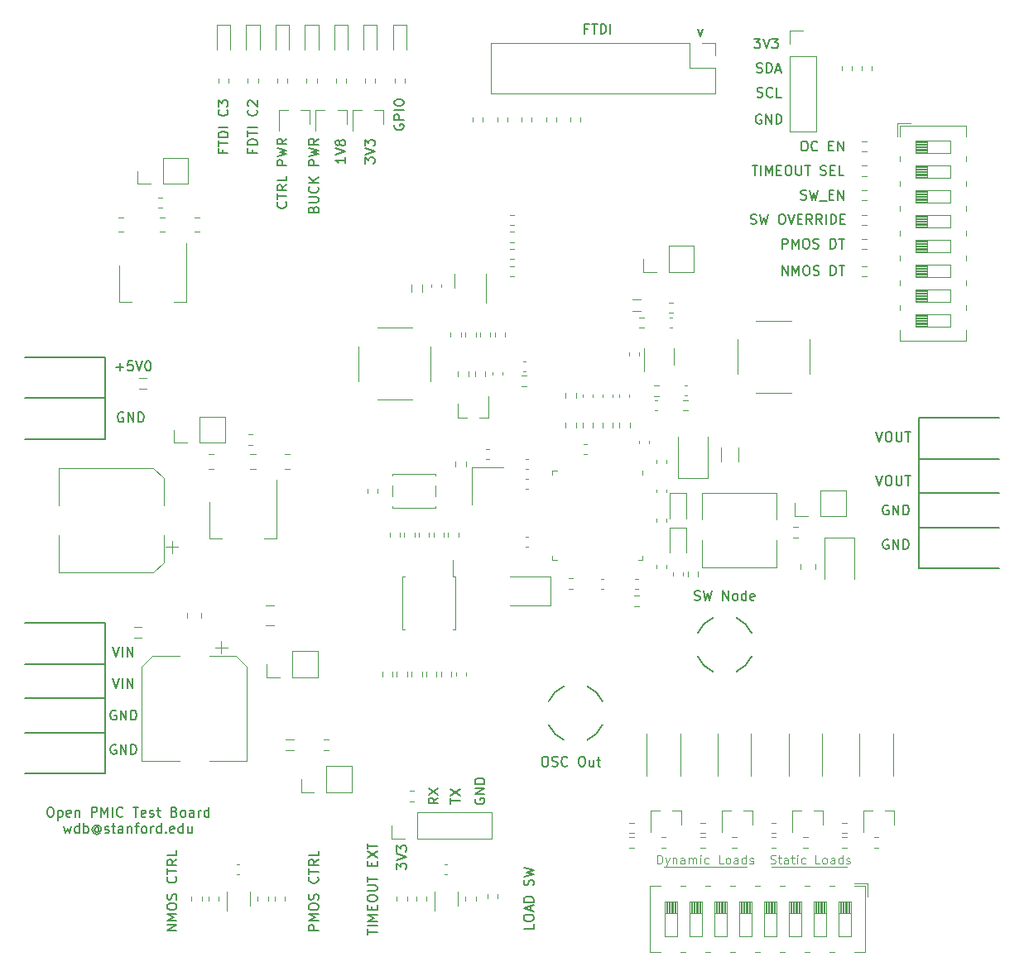
<source format=gbr>
%TF.GenerationSoftware,KiCad,Pcbnew,5.1.10-88a1d61d58~90~ubuntu20.04.1*%
%TF.CreationDate,2021-12-17T14:40:14-08:00*%
%TF.ProjectId,pmic-test-board,706d6963-2d74-4657-9374-2d626f617264,rev?*%
%TF.SameCoordinates,Original*%
%TF.FileFunction,Legend,Top*%
%TF.FilePolarity,Positive*%
%FSLAX46Y46*%
G04 Gerber Fmt 4.6, Leading zero omitted, Abs format (unit mm)*
G04 Created by KiCad (PCBNEW 5.1.10-88a1d61d58~90~ubuntu20.04.1) date 2021-12-17 14:40:14*
%MOMM*%
%LPD*%
G01*
G04 APERTURE LIST*
%ADD10C,0.150000*%
%ADD11C,0.200000*%
%ADD12C,0.120000*%
G04 APERTURE END LIST*
D10*
X152202380Y-143321428D02*
X152202380Y-143797619D01*
X151202380Y-143797619D01*
X151202380Y-142797619D02*
X151202380Y-142607142D01*
X151250000Y-142511904D01*
X151345238Y-142416666D01*
X151535714Y-142369047D01*
X151869047Y-142369047D01*
X152059523Y-142416666D01*
X152154761Y-142511904D01*
X152202380Y-142607142D01*
X152202380Y-142797619D01*
X152154761Y-142892857D01*
X152059523Y-142988095D01*
X151869047Y-143035714D01*
X151535714Y-143035714D01*
X151345238Y-142988095D01*
X151250000Y-142892857D01*
X151202380Y-142797619D01*
X151916666Y-141988095D02*
X151916666Y-141511904D01*
X152202380Y-142083333D02*
X151202380Y-141750000D01*
X152202380Y-141416666D01*
X152202380Y-141083333D02*
X151202380Y-141083333D01*
X151202380Y-140845238D01*
X151250000Y-140702380D01*
X151345238Y-140607142D01*
X151440476Y-140559523D01*
X151630952Y-140511904D01*
X151773809Y-140511904D01*
X151964285Y-140559523D01*
X152059523Y-140607142D01*
X152154761Y-140702380D01*
X152202380Y-140845238D01*
X152202380Y-141083333D01*
X152154761Y-139369047D02*
X152202380Y-139226190D01*
X152202380Y-138988095D01*
X152154761Y-138892857D01*
X152107142Y-138845238D01*
X152011904Y-138797619D01*
X151916666Y-138797619D01*
X151821428Y-138845238D01*
X151773809Y-138892857D01*
X151726190Y-138988095D01*
X151678571Y-139178571D01*
X151630952Y-139273809D01*
X151583333Y-139321428D01*
X151488095Y-139369047D01*
X151392857Y-139369047D01*
X151297619Y-139321428D01*
X151250000Y-139273809D01*
X151202380Y-139178571D01*
X151202380Y-138940476D01*
X151250000Y-138797619D01*
X151202380Y-138464285D02*
X152202380Y-138226190D01*
X151488095Y-138035714D01*
X152202380Y-137845238D01*
X151202380Y-137607142D01*
X135202380Y-144416666D02*
X135202380Y-143845238D01*
X136202380Y-144130952D02*
X135202380Y-144130952D01*
X136202380Y-143511904D02*
X135202380Y-143511904D01*
X136202380Y-143035714D02*
X135202380Y-143035714D01*
X135916666Y-142702380D01*
X135202380Y-142369047D01*
X136202380Y-142369047D01*
X135678571Y-141892857D02*
X135678571Y-141559523D01*
X136202380Y-141416666D02*
X136202380Y-141892857D01*
X135202380Y-141892857D01*
X135202380Y-141416666D01*
X135202380Y-140797619D02*
X135202380Y-140607142D01*
X135250000Y-140511904D01*
X135345238Y-140416666D01*
X135535714Y-140369047D01*
X135869047Y-140369047D01*
X136059523Y-140416666D01*
X136154761Y-140511904D01*
X136202380Y-140607142D01*
X136202380Y-140797619D01*
X136154761Y-140892857D01*
X136059523Y-140988095D01*
X135869047Y-141035714D01*
X135535714Y-141035714D01*
X135345238Y-140988095D01*
X135250000Y-140892857D01*
X135202380Y-140797619D01*
X135202380Y-139940476D02*
X136011904Y-139940476D01*
X136107142Y-139892857D01*
X136154761Y-139845238D01*
X136202380Y-139750000D01*
X136202380Y-139559523D01*
X136154761Y-139464285D01*
X136107142Y-139416666D01*
X136011904Y-139369047D01*
X135202380Y-139369047D01*
X135202380Y-139035714D02*
X135202380Y-138464285D01*
X136202380Y-138750000D02*
X135202380Y-138750000D01*
X135678571Y-137369047D02*
X135678571Y-137035714D01*
X136202380Y-136892857D02*
X136202380Y-137369047D01*
X135202380Y-137369047D01*
X135202380Y-136892857D01*
X135202380Y-136559523D02*
X136202380Y-135892857D01*
X135202380Y-135892857D02*
X136202380Y-136559523D01*
X135202380Y-135654761D02*
X135202380Y-135083333D01*
X136202380Y-135369047D02*
X135202380Y-135369047D01*
X130202380Y-144000000D02*
X129202380Y-144000000D01*
X129202380Y-143619047D01*
X129250000Y-143523809D01*
X129297619Y-143476190D01*
X129392857Y-143428571D01*
X129535714Y-143428571D01*
X129630952Y-143476190D01*
X129678571Y-143523809D01*
X129726190Y-143619047D01*
X129726190Y-144000000D01*
X130202380Y-143000000D02*
X129202380Y-143000000D01*
X129916666Y-142666666D01*
X129202380Y-142333333D01*
X130202380Y-142333333D01*
X129202380Y-141666666D02*
X129202380Y-141476190D01*
X129250000Y-141380952D01*
X129345238Y-141285714D01*
X129535714Y-141238095D01*
X129869047Y-141238095D01*
X130059523Y-141285714D01*
X130154761Y-141380952D01*
X130202380Y-141476190D01*
X130202380Y-141666666D01*
X130154761Y-141761904D01*
X130059523Y-141857142D01*
X129869047Y-141904761D01*
X129535714Y-141904761D01*
X129345238Y-141857142D01*
X129250000Y-141761904D01*
X129202380Y-141666666D01*
X130154761Y-140857142D02*
X130202380Y-140714285D01*
X130202380Y-140476190D01*
X130154761Y-140380952D01*
X130107142Y-140333333D01*
X130011904Y-140285714D01*
X129916666Y-140285714D01*
X129821428Y-140333333D01*
X129773809Y-140380952D01*
X129726190Y-140476190D01*
X129678571Y-140666666D01*
X129630952Y-140761904D01*
X129583333Y-140809523D01*
X129488095Y-140857142D01*
X129392857Y-140857142D01*
X129297619Y-140809523D01*
X129250000Y-140761904D01*
X129202380Y-140666666D01*
X129202380Y-140428571D01*
X129250000Y-140285714D01*
X130107142Y-138523809D02*
X130154761Y-138571428D01*
X130202380Y-138714285D01*
X130202380Y-138809523D01*
X130154761Y-138952380D01*
X130059523Y-139047619D01*
X129964285Y-139095238D01*
X129773809Y-139142857D01*
X129630952Y-139142857D01*
X129440476Y-139095238D01*
X129345238Y-139047619D01*
X129250000Y-138952380D01*
X129202380Y-138809523D01*
X129202380Y-138714285D01*
X129250000Y-138571428D01*
X129297619Y-138523809D01*
X129202380Y-138238095D02*
X129202380Y-137666666D01*
X130202380Y-137952380D02*
X129202380Y-137952380D01*
X130202380Y-136761904D02*
X129726190Y-137095238D01*
X130202380Y-137333333D02*
X129202380Y-137333333D01*
X129202380Y-136952380D01*
X129250000Y-136857142D01*
X129297619Y-136809523D01*
X129392857Y-136761904D01*
X129535714Y-136761904D01*
X129630952Y-136809523D01*
X129678571Y-136857142D01*
X129726190Y-136952380D01*
X129726190Y-137333333D01*
X130202380Y-135857142D02*
X130202380Y-136333333D01*
X129202380Y-136333333D01*
X115702380Y-144023809D02*
X114702380Y-144023809D01*
X115702380Y-143452380D01*
X114702380Y-143452380D01*
X115702380Y-142976190D02*
X114702380Y-142976190D01*
X115416666Y-142642857D01*
X114702380Y-142309523D01*
X115702380Y-142309523D01*
X114702380Y-141642857D02*
X114702380Y-141452380D01*
X114750000Y-141357142D01*
X114845238Y-141261904D01*
X115035714Y-141214285D01*
X115369047Y-141214285D01*
X115559523Y-141261904D01*
X115654761Y-141357142D01*
X115702380Y-141452380D01*
X115702380Y-141642857D01*
X115654761Y-141738095D01*
X115559523Y-141833333D01*
X115369047Y-141880952D01*
X115035714Y-141880952D01*
X114845238Y-141833333D01*
X114750000Y-141738095D01*
X114702380Y-141642857D01*
X115654761Y-140833333D02*
X115702380Y-140690476D01*
X115702380Y-140452380D01*
X115654761Y-140357142D01*
X115607142Y-140309523D01*
X115511904Y-140261904D01*
X115416666Y-140261904D01*
X115321428Y-140309523D01*
X115273809Y-140357142D01*
X115226190Y-140452380D01*
X115178571Y-140642857D01*
X115130952Y-140738095D01*
X115083333Y-140785714D01*
X114988095Y-140833333D01*
X114892857Y-140833333D01*
X114797619Y-140785714D01*
X114750000Y-140738095D01*
X114702380Y-140642857D01*
X114702380Y-140404761D01*
X114750000Y-140261904D01*
X115607142Y-138500000D02*
X115654761Y-138547619D01*
X115702380Y-138690476D01*
X115702380Y-138785714D01*
X115654761Y-138928571D01*
X115559523Y-139023809D01*
X115464285Y-139071428D01*
X115273809Y-139119047D01*
X115130952Y-139119047D01*
X114940476Y-139071428D01*
X114845238Y-139023809D01*
X114750000Y-138928571D01*
X114702380Y-138785714D01*
X114702380Y-138690476D01*
X114750000Y-138547619D01*
X114797619Y-138500000D01*
X114702380Y-138214285D02*
X114702380Y-137642857D01*
X115702380Y-137928571D02*
X114702380Y-137928571D01*
X115702380Y-136738095D02*
X115226190Y-137071428D01*
X115702380Y-137309523D02*
X114702380Y-137309523D01*
X114702380Y-136928571D01*
X114750000Y-136833333D01*
X114797619Y-136785714D01*
X114892857Y-136738095D01*
X115035714Y-136738095D01*
X115130952Y-136785714D01*
X115178571Y-136833333D01*
X115226190Y-136928571D01*
X115226190Y-137309523D01*
X115702380Y-135833333D02*
X115702380Y-136309523D01*
X114702380Y-136309523D01*
X102702380Y-131377380D02*
X102892857Y-131377380D01*
X102988095Y-131425000D01*
X103083333Y-131520238D01*
X103130952Y-131710714D01*
X103130952Y-132044047D01*
X103083333Y-132234523D01*
X102988095Y-132329761D01*
X102892857Y-132377380D01*
X102702380Y-132377380D01*
X102607142Y-132329761D01*
X102511904Y-132234523D01*
X102464285Y-132044047D01*
X102464285Y-131710714D01*
X102511904Y-131520238D01*
X102607142Y-131425000D01*
X102702380Y-131377380D01*
X103559523Y-131710714D02*
X103559523Y-132710714D01*
X103559523Y-131758333D02*
X103654761Y-131710714D01*
X103845238Y-131710714D01*
X103940476Y-131758333D01*
X103988095Y-131805952D01*
X104035714Y-131901190D01*
X104035714Y-132186904D01*
X103988095Y-132282142D01*
X103940476Y-132329761D01*
X103845238Y-132377380D01*
X103654761Y-132377380D01*
X103559523Y-132329761D01*
X104845238Y-132329761D02*
X104750000Y-132377380D01*
X104559523Y-132377380D01*
X104464285Y-132329761D01*
X104416666Y-132234523D01*
X104416666Y-131853571D01*
X104464285Y-131758333D01*
X104559523Y-131710714D01*
X104750000Y-131710714D01*
X104845238Y-131758333D01*
X104892857Y-131853571D01*
X104892857Y-131948809D01*
X104416666Y-132044047D01*
X105321428Y-131710714D02*
X105321428Y-132377380D01*
X105321428Y-131805952D02*
X105369047Y-131758333D01*
X105464285Y-131710714D01*
X105607142Y-131710714D01*
X105702380Y-131758333D01*
X105750000Y-131853571D01*
X105750000Y-132377380D01*
X106988095Y-132377380D02*
X106988095Y-131377380D01*
X107369047Y-131377380D01*
X107464285Y-131425000D01*
X107511904Y-131472619D01*
X107559523Y-131567857D01*
X107559523Y-131710714D01*
X107511904Y-131805952D01*
X107464285Y-131853571D01*
X107369047Y-131901190D01*
X106988095Y-131901190D01*
X107988095Y-132377380D02*
X107988095Y-131377380D01*
X108321428Y-132091666D01*
X108654761Y-131377380D01*
X108654761Y-132377380D01*
X109130952Y-132377380D02*
X109130952Y-131377380D01*
X110178571Y-132282142D02*
X110130952Y-132329761D01*
X109988095Y-132377380D01*
X109892857Y-132377380D01*
X109750000Y-132329761D01*
X109654761Y-132234523D01*
X109607142Y-132139285D01*
X109559523Y-131948809D01*
X109559523Y-131805952D01*
X109607142Y-131615476D01*
X109654761Y-131520238D01*
X109750000Y-131425000D01*
X109892857Y-131377380D01*
X109988095Y-131377380D01*
X110130952Y-131425000D01*
X110178571Y-131472619D01*
X111226190Y-131377380D02*
X111797619Y-131377380D01*
X111511904Y-132377380D02*
X111511904Y-131377380D01*
X112511904Y-132329761D02*
X112416666Y-132377380D01*
X112226190Y-132377380D01*
X112130952Y-132329761D01*
X112083333Y-132234523D01*
X112083333Y-131853571D01*
X112130952Y-131758333D01*
X112226190Y-131710714D01*
X112416666Y-131710714D01*
X112511904Y-131758333D01*
X112559523Y-131853571D01*
X112559523Y-131948809D01*
X112083333Y-132044047D01*
X112940476Y-132329761D02*
X113035714Y-132377380D01*
X113226190Y-132377380D01*
X113321428Y-132329761D01*
X113369047Y-132234523D01*
X113369047Y-132186904D01*
X113321428Y-132091666D01*
X113226190Y-132044047D01*
X113083333Y-132044047D01*
X112988095Y-131996428D01*
X112940476Y-131901190D01*
X112940476Y-131853571D01*
X112988095Y-131758333D01*
X113083333Y-131710714D01*
X113226190Y-131710714D01*
X113321428Y-131758333D01*
X113654761Y-131710714D02*
X114035714Y-131710714D01*
X113797619Y-131377380D02*
X113797619Y-132234523D01*
X113845238Y-132329761D01*
X113940476Y-132377380D01*
X114035714Y-132377380D01*
X115464285Y-131853571D02*
X115607142Y-131901190D01*
X115654761Y-131948809D01*
X115702380Y-132044047D01*
X115702380Y-132186904D01*
X115654761Y-132282142D01*
X115607142Y-132329761D01*
X115511904Y-132377380D01*
X115130952Y-132377380D01*
X115130952Y-131377380D01*
X115464285Y-131377380D01*
X115559523Y-131425000D01*
X115607142Y-131472619D01*
X115654761Y-131567857D01*
X115654761Y-131663095D01*
X115607142Y-131758333D01*
X115559523Y-131805952D01*
X115464285Y-131853571D01*
X115130952Y-131853571D01*
X116273809Y-132377380D02*
X116178571Y-132329761D01*
X116130952Y-132282142D01*
X116083333Y-132186904D01*
X116083333Y-131901190D01*
X116130952Y-131805952D01*
X116178571Y-131758333D01*
X116273809Y-131710714D01*
X116416666Y-131710714D01*
X116511904Y-131758333D01*
X116559523Y-131805952D01*
X116607142Y-131901190D01*
X116607142Y-132186904D01*
X116559523Y-132282142D01*
X116511904Y-132329761D01*
X116416666Y-132377380D01*
X116273809Y-132377380D01*
X117464285Y-132377380D02*
X117464285Y-131853571D01*
X117416666Y-131758333D01*
X117321428Y-131710714D01*
X117130952Y-131710714D01*
X117035714Y-131758333D01*
X117464285Y-132329761D02*
X117369047Y-132377380D01*
X117130952Y-132377380D01*
X117035714Y-132329761D01*
X116988095Y-132234523D01*
X116988095Y-132139285D01*
X117035714Y-132044047D01*
X117130952Y-131996428D01*
X117369047Y-131996428D01*
X117464285Y-131948809D01*
X117940476Y-132377380D02*
X117940476Y-131710714D01*
X117940476Y-131901190D02*
X117988095Y-131805952D01*
X118035714Y-131758333D01*
X118130952Y-131710714D01*
X118226190Y-131710714D01*
X118988095Y-132377380D02*
X118988095Y-131377380D01*
X118988095Y-132329761D02*
X118892857Y-132377380D01*
X118702380Y-132377380D01*
X118607142Y-132329761D01*
X118559523Y-132282142D01*
X118511904Y-132186904D01*
X118511904Y-131901190D01*
X118559523Y-131805952D01*
X118607142Y-131758333D01*
X118702380Y-131710714D01*
X118892857Y-131710714D01*
X118988095Y-131758333D01*
X104154761Y-133360714D02*
X104345238Y-134027380D01*
X104535714Y-133551190D01*
X104726190Y-134027380D01*
X104916666Y-133360714D01*
X105726190Y-134027380D02*
X105726190Y-133027380D01*
X105726190Y-133979761D02*
X105630952Y-134027380D01*
X105440476Y-134027380D01*
X105345238Y-133979761D01*
X105297619Y-133932142D01*
X105250000Y-133836904D01*
X105250000Y-133551190D01*
X105297619Y-133455952D01*
X105345238Y-133408333D01*
X105440476Y-133360714D01*
X105630952Y-133360714D01*
X105726190Y-133408333D01*
X106202380Y-134027380D02*
X106202380Y-133027380D01*
X106202380Y-133408333D02*
X106297619Y-133360714D01*
X106488095Y-133360714D01*
X106583333Y-133408333D01*
X106630952Y-133455952D01*
X106678571Y-133551190D01*
X106678571Y-133836904D01*
X106630952Y-133932142D01*
X106583333Y-133979761D01*
X106488095Y-134027380D01*
X106297619Y-134027380D01*
X106202380Y-133979761D01*
X107726190Y-133551190D02*
X107678571Y-133503571D01*
X107583333Y-133455952D01*
X107488095Y-133455952D01*
X107392857Y-133503571D01*
X107345238Y-133551190D01*
X107297619Y-133646428D01*
X107297619Y-133741666D01*
X107345238Y-133836904D01*
X107392857Y-133884523D01*
X107488095Y-133932142D01*
X107583333Y-133932142D01*
X107678571Y-133884523D01*
X107726190Y-133836904D01*
X107726190Y-133455952D02*
X107726190Y-133836904D01*
X107773809Y-133884523D01*
X107821428Y-133884523D01*
X107916666Y-133836904D01*
X107964285Y-133741666D01*
X107964285Y-133503571D01*
X107869047Y-133360714D01*
X107726190Y-133265476D01*
X107535714Y-133217857D01*
X107345238Y-133265476D01*
X107202380Y-133360714D01*
X107107142Y-133503571D01*
X107059523Y-133694047D01*
X107107142Y-133884523D01*
X107202380Y-134027380D01*
X107345238Y-134122619D01*
X107535714Y-134170238D01*
X107726190Y-134122619D01*
X107869047Y-134027380D01*
X108345238Y-133979761D02*
X108440476Y-134027380D01*
X108630952Y-134027380D01*
X108726190Y-133979761D01*
X108773809Y-133884523D01*
X108773809Y-133836904D01*
X108726190Y-133741666D01*
X108630952Y-133694047D01*
X108488095Y-133694047D01*
X108392857Y-133646428D01*
X108345238Y-133551190D01*
X108345238Y-133503571D01*
X108392857Y-133408333D01*
X108488095Y-133360714D01*
X108630952Y-133360714D01*
X108726190Y-133408333D01*
X109059523Y-133360714D02*
X109440476Y-133360714D01*
X109202380Y-133027380D02*
X109202380Y-133884523D01*
X109250000Y-133979761D01*
X109345238Y-134027380D01*
X109440476Y-134027380D01*
X110202380Y-134027380D02*
X110202380Y-133503571D01*
X110154761Y-133408333D01*
X110059523Y-133360714D01*
X109869047Y-133360714D01*
X109773809Y-133408333D01*
X110202380Y-133979761D02*
X110107142Y-134027380D01*
X109869047Y-134027380D01*
X109773809Y-133979761D01*
X109726190Y-133884523D01*
X109726190Y-133789285D01*
X109773809Y-133694047D01*
X109869047Y-133646428D01*
X110107142Y-133646428D01*
X110202380Y-133598809D01*
X110678571Y-133360714D02*
X110678571Y-134027380D01*
X110678571Y-133455952D02*
X110726190Y-133408333D01*
X110821428Y-133360714D01*
X110964285Y-133360714D01*
X111059523Y-133408333D01*
X111107142Y-133503571D01*
X111107142Y-134027380D01*
X111440476Y-133360714D02*
X111821428Y-133360714D01*
X111583333Y-134027380D02*
X111583333Y-133170238D01*
X111630952Y-133075000D01*
X111726190Y-133027380D01*
X111821428Y-133027380D01*
X112297619Y-134027380D02*
X112202380Y-133979761D01*
X112154761Y-133932142D01*
X112107142Y-133836904D01*
X112107142Y-133551190D01*
X112154761Y-133455952D01*
X112202380Y-133408333D01*
X112297619Y-133360714D01*
X112440476Y-133360714D01*
X112535714Y-133408333D01*
X112583333Y-133455952D01*
X112630952Y-133551190D01*
X112630952Y-133836904D01*
X112583333Y-133932142D01*
X112535714Y-133979761D01*
X112440476Y-134027380D01*
X112297619Y-134027380D01*
X113059523Y-134027380D02*
X113059523Y-133360714D01*
X113059523Y-133551190D02*
X113107142Y-133455952D01*
X113154761Y-133408333D01*
X113250000Y-133360714D01*
X113345238Y-133360714D01*
X114107142Y-134027380D02*
X114107142Y-133027380D01*
X114107142Y-133979761D02*
X114011904Y-134027380D01*
X113821428Y-134027380D01*
X113726190Y-133979761D01*
X113678571Y-133932142D01*
X113630952Y-133836904D01*
X113630952Y-133551190D01*
X113678571Y-133455952D01*
X113726190Y-133408333D01*
X113821428Y-133360714D01*
X114011904Y-133360714D01*
X114107142Y-133408333D01*
X114583333Y-133932142D02*
X114630952Y-133979761D01*
X114583333Y-134027380D01*
X114535714Y-133979761D01*
X114583333Y-133932142D01*
X114583333Y-134027380D01*
X115440476Y-133979761D02*
X115345238Y-134027380D01*
X115154761Y-134027380D01*
X115059523Y-133979761D01*
X115011904Y-133884523D01*
X115011904Y-133503571D01*
X115059523Y-133408333D01*
X115154761Y-133360714D01*
X115345238Y-133360714D01*
X115440476Y-133408333D01*
X115488095Y-133503571D01*
X115488095Y-133598809D01*
X115011904Y-133694047D01*
X116345238Y-134027380D02*
X116345238Y-133027380D01*
X116345238Y-133979761D02*
X116250000Y-134027380D01*
X116059523Y-134027380D01*
X115964285Y-133979761D01*
X115916666Y-133932142D01*
X115869047Y-133836904D01*
X115869047Y-133551190D01*
X115916666Y-133455952D01*
X115964285Y-133408333D01*
X116059523Y-133360714D01*
X116250000Y-133360714D01*
X116345238Y-133408333D01*
X117250000Y-133360714D02*
X117250000Y-134027380D01*
X116821428Y-133360714D02*
X116821428Y-133884523D01*
X116869047Y-133979761D01*
X116964285Y-134027380D01*
X117107142Y-134027380D01*
X117202380Y-133979761D01*
X117250000Y-133932142D01*
X179797619Y-63202380D02*
X179988095Y-63202380D01*
X180083333Y-63250000D01*
X180178571Y-63345238D01*
X180226190Y-63535714D01*
X180226190Y-63869047D01*
X180178571Y-64059523D01*
X180083333Y-64154761D01*
X179988095Y-64202380D01*
X179797619Y-64202380D01*
X179702380Y-64154761D01*
X179607142Y-64059523D01*
X179559523Y-63869047D01*
X179559523Y-63535714D01*
X179607142Y-63345238D01*
X179702380Y-63250000D01*
X179797619Y-63202380D01*
X181226190Y-64107142D02*
X181178571Y-64154761D01*
X181035714Y-64202380D01*
X180940476Y-64202380D01*
X180797619Y-64154761D01*
X180702380Y-64059523D01*
X180654761Y-63964285D01*
X180607142Y-63773809D01*
X180607142Y-63630952D01*
X180654761Y-63440476D01*
X180702380Y-63345238D01*
X180797619Y-63250000D01*
X180940476Y-63202380D01*
X181035714Y-63202380D01*
X181178571Y-63250000D01*
X181226190Y-63297619D01*
X182416666Y-63678571D02*
X182750000Y-63678571D01*
X182892857Y-64202380D02*
X182416666Y-64202380D01*
X182416666Y-63202380D01*
X182892857Y-63202380D01*
X183321428Y-64202380D02*
X183321428Y-63202380D01*
X183892857Y-64202380D01*
X183892857Y-63202380D01*
X174559523Y-65702380D02*
X175130952Y-65702380D01*
X174845238Y-66702380D02*
X174845238Y-65702380D01*
X175464285Y-66702380D02*
X175464285Y-65702380D01*
X175940476Y-66702380D02*
X175940476Y-65702380D01*
X176273809Y-66416666D01*
X176607142Y-65702380D01*
X176607142Y-66702380D01*
X177083333Y-66178571D02*
X177416666Y-66178571D01*
X177559523Y-66702380D02*
X177083333Y-66702380D01*
X177083333Y-65702380D01*
X177559523Y-65702380D01*
X178178571Y-65702380D02*
X178369047Y-65702380D01*
X178464285Y-65750000D01*
X178559523Y-65845238D01*
X178607142Y-66035714D01*
X178607142Y-66369047D01*
X178559523Y-66559523D01*
X178464285Y-66654761D01*
X178369047Y-66702380D01*
X178178571Y-66702380D01*
X178083333Y-66654761D01*
X177988095Y-66559523D01*
X177940476Y-66369047D01*
X177940476Y-66035714D01*
X177988095Y-65845238D01*
X178083333Y-65750000D01*
X178178571Y-65702380D01*
X179035714Y-65702380D02*
X179035714Y-66511904D01*
X179083333Y-66607142D01*
X179130952Y-66654761D01*
X179226190Y-66702380D01*
X179416666Y-66702380D01*
X179511904Y-66654761D01*
X179559523Y-66607142D01*
X179607142Y-66511904D01*
X179607142Y-65702380D01*
X179940476Y-65702380D02*
X180511904Y-65702380D01*
X180226190Y-66702380D02*
X180226190Y-65702380D01*
X181559523Y-66654761D02*
X181702380Y-66702380D01*
X181940476Y-66702380D01*
X182035714Y-66654761D01*
X182083333Y-66607142D01*
X182130952Y-66511904D01*
X182130952Y-66416666D01*
X182083333Y-66321428D01*
X182035714Y-66273809D01*
X181940476Y-66226190D01*
X181750000Y-66178571D01*
X181654761Y-66130952D01*
X181607142Y-66083333D01*
X181559523Y-65988095D01*
X181559523Y-65892857D01*
X181607142Y-65797619D01*
X181654761Y-65750000D01*
X181750000Y-65702380D01*
X181988095Y-65702380D01*
X182130952Y-65750000D01*
X182559523Y-66178571D02*
X182892857Y-66178571D01*
X183035714Y-66702380D02*
X182559523Y-66702380D01*
X182559523Y-65702380D01*
X183035714Y-65702380D01*
X183940476Y-66702380D02*
X183464285Y-66702380D01*
X183464285Y-65702380D01*
X179535714Y-69154761D02*
X179678571Y-69202380D01*
X179916666Y-69202380D01*
X180011904Y-69154761D01*
X180059523Y-69107142D01*
X180107142Y-69011904D01*
X180107142Y-68916666D01*
X180059523Y-68821428D01*
X180011904Y-68773809D01*
X179916666Y-68726190D01*
X179726190Y-68678571D01*
X179630952Y-68630952D01*
X179583333Y-68583333D01*
X179535714Y-68488095D01*
X179535714Y-68392857D01*
X179583333Y-68297619D01*
X179630952Y-68250000D01*
X179726190Y-68202380D01*
X179964285Y-68202380D01*
X180107142Y-68250000D01*
X180440476Y-68202380D02*
X180678571Y-69202380D01*
X180869047Y-68488095D01*
X181059523Y-69202380D01*
X181297619Y-68202380D01*
X181440476Y-69297619D02*
X182202380Y-69297619D01*
X182440476Y-68678571D02*
X182773809Y-68678571D01*
X182916666Y-69202380D02*
X182440476Y-69202380D01*
X182440476Y-68202380D01*
X182916666Y-68202380D01*
X183345238Y-69202380D02*
X183345238Y-68202380D01*
X183916666Y-69202380D01*
X183916666Y-68202380D01*
X174416666Y-71654761D02*
X174559523Y-71702380D01*
X174797619Y-71702380D01*
X174892857Y-71654761D01*
X174940476Y-71607142D01*
X174988095Y-71511904D01*
X174988095Y-71416666D01*
X174940476Y-71321428D01*
X174892857Y-71273809D01*
X174797619Y-71226190D01*
X174607142Y-71178571D01*
X174511904Y-71130952D01*
X174464285Y-71083333D01*
X174416666Y-70988095D01*
X174416666Y-70892857D01*
X174464285Y-70797619D01*
X174511904Y-70750000D01*
X174607142Y-70702380D01*
X174845238Y-70702380D01*
X174988095Y-70750000D01*
X175321428Y-70702380D02*
X175559523Y-71702380D01*
X175750000Y-70988095D01*
X175940476Y-71702380D01*
X176178571Y-70702380D01*
X177511904Y-70702380D02*
X177702380Y-70702380D01*
X177797619Y-70750000D01*
X177892857Y-70845238D01*
X177940476Y-71035714D01*
X177940476Y-71369047D01*
X177892857Y-71559523D01*
X177797619Y-71654761D01*
X177702380Y-71702380D01*
X177511904Y-71702380D01*
X177416666Y-71654761D01*
X177321428Y-71559523D01*
X177273809Y-71369047D01*
X177273809Y-71035714D01*
X177321428Y-70845238D01*
X177416666Y-70750000D01*
X177511904Y-70702380D01*
X178226190Y-70702380D02*
X178559523Y-71702380D01*
X178892857Y-70702380D01*
X179226190Y-71178571D02*
X179559523Y-71178571D01*
X179702380Y-71702380D02*
X179226190Y-71702380D01*
X179226190Y-70702380D01*
X179702380Y-70702380D01*
X180702380Y-71702380D02*
X180369047Y-71226190D01*
X180130952Y-71702380D02*
X180130952Y-70702380D01*
X180511904Y-70702380D01*
X180607142Y-70750000D01*
X180654761Y-70797619D01*
X180702380Y-70892857D01*
X180702380Y-71035714D01*
X180654761Y-71130952D01*
X180607142Y-71178571D01*
X180511904Y-71226190D01*
X180130952Y-71226190D01*
X181702380Y-71702380D02*
X181369047Y-71226190D01*
X181130952Y-71702380D02*
X181130952Y-70702380D01*
X181511904Y-70702380D01*
X181607142Y-70750000D01*
X181654761Y-70797619D01*
X181702380Y-70892857D01*
X181702380Y-71035714D01*
X181654761Y-71130952D01*
X181607142Y-71178571D01*
X181511904Y-71226190D01*
X181130952Y-71226190D01*
X182130952Y-71702380D02*
X182130952Y-70702380D01*
X182607142Y-71702380D02*
X182607142Y-70702380D01*
X182845238Y-70702380D01*
X182988095Y-70750000D01*
X183083333Y-70845238D01*
X183130952Y-70940476D01*
X183178571Y-71130952D01*
X183178571Y-71273809D01*
X183130952Y-71464285D01*
X183083333Y-71559523D01*
X182988095Y-71654761D01*
X182845238Y-71702380D01*
X182607142Y-71702380D01*
X183607142Y-71178571D02*
X183940476Y-71178571D01*
X184083333Y-71702380D02*
X183607142Y-71702380D01*
X183607142Y-70702380D01*
X184083333Y-70702380D01*
X177654761Y-74202380D02*
X177654761Y-73202380D01*
X178035714Y-73202380D01*
X178130952Y-73250000D01*
X178178571Y-73297619D01*
X178226190Y-73392857D01*
X178226190Y-73535714D01*
X178178571Y-73630952D01*
X178130952Y-73678571D01*
X178035714Y-73726190D01*
X177654761Y-73726190D01*
X178654761Y-74202380D02*
X178654761Y-73202380D01*
X178988095Y-73916666D01*
X179321428Y-73202380D01*
X179321428Y-74202380D01*
X179988095Y-73202380D02*
X180178571Y-73202380D01*
X180273809Y-73250000D01*
X180369047Y-73345238D01*
X180416666Y-73535714D01*
X180416666Y-73869047D01*
X180369047Y-74059523D01*
X180273809Y-74154761D01*
X180178571Y-74202380D01*
X179988095Y-74202380D01*
X179892857Y-74154761D01*
X179797619Y-74059523D01*
X179750000Y-73869047D01*
X179750000Y-73535714D01*
X179797619Y-73345238D01*
X179892857Y-73250000D01*
X179988095Y-73202380D01*
X180797619Y-74154761D02*
X180940476Y-74202380D01*
X181178571Y-74202380D01*
X181273809Y-74154761D01*
X181321428Y-74107142D01*
X181369047Y-74011904D01*
X181369047Y-73916666D01*
X181321428Y-73821428D01*
X181273809Y-73773809D01*
X181178571Y-73726190D01*
X180988095Y-73678571D01*
X180892857Y-73630952D01*
X180845238Y-73583333D01*
X180797619Y-73488095D01*
X180797619Y-73392857D01*
X180845238Y-73297619D01*
X180892857Y-73250000D01*
X180988095Y-73202380D01*
X181226190Y-73202380D01*
X181369047Y-73250000D01*
X182559523Y-74202380D02*
X182559523Y-73202380D01*
X182797619Y-73202380D01*
X182940476Y-73250000D01*
X183035714Y-73345238D01*
X183083333Y-73440476D01*
X183130952Y-73630952D01*
X183130952Y-73773809D01*
X183083333Y-73964285D01*
X183035714Y-74059523D01*
X182940476Y-74154761D01*
X182797619Y-74202380D01*
X182559523Y-74202380D01*
X183416666Y-73202380D02*
X183988095Y-73202380D01*
X183702380Y-74202380D02*
X183702380Y-73202380D01*
X177630952Y-76952380D02*
X177630952Y-75952380D01*
X178202380Y-76952380D01*
X178202380Y-75952380D01*
X178678571Y-76952380D02*
X178678571Y-75952380D01*
X179011904Y-76666666D01*
X179345238Y-75952380D01*
X179345238Y-76952380D01*
X180011904Y-75952380D02*
X180202380Y-75952380D01*
X180297619Y-76000000D01*
X180392857Y-76095238D01*
X180440476Y-76285714D01*
X180440476Y-76619047D01*
X180392857Y-76809523D01*
X180297619Y-76904761D01*
X180202380Y-76952380D01*
X180011904Y-76952380D01*
X179916666Y-76904761D01*
X179821428Y-76809523D01*
X179773809Y-76619047D01*
X179773809Y-76285714D01*
X179821428Y-76095238D01*
X179916666Y-76000000D01*
X180011904Y-75952380D01*
X180821428Y-76904761D02*
X180964285Y-76952380D01*
X181202380Y-76952380D01*
X181297619Y-76904761D01*
X181345238Y-76857142D01*
X181392857Y-76761904D01*
X181392857Y-76666666D01*
X181345238Y-76571428D01*
X181297619Y-76523809D01*
X181202380Y-76476190D01*
X181011904Y-76428571D01*
X180916666Y-76380952D01*
X180869047Y-76333333D01*
X180821428Y-76238095D01*
X180821428Y-76142857D01*
X180869047Y-76047619D01*
X180916666Y-76000000D01*
X181011904Y-75952380D01*
X181250000Y-75952380D01*
X181392857Y-76000000D01*
X182583333Y-76952380D02*
X182583333Y-75952380D01*
X182821428Y-75952380D01*
X182964285Y-76000000D01*
X183059523Y-76095238D01*
X183107142Y-76190476D01*
X183154761Y-76380952D01*
X183154761Y-76523809D01*
X183107142Y-76714285D01*
X183059523Y-76809523D01*
X182964285Y-76904761D01*
X182821428Y-76952380D01*
X182583333Y-76952380D01*
X183440476Y-75952380D02*
X184011904Y-75952380D01*
X183726190Y-76952380D02*
X183726190Y-75952380D01*
X109488095Y-125000000D02*
X109392857Y-124952380D01*
X109250000Y-124952380D01*
X109107142Y-125000000D01*
X109011904Y-125095238D01*
X108964285Y-125190476D01*
X108916666Y-125380952D01*
X108916666Y-125523809D01*
X108964285Y-125714285D01*
X109011904Y-125809523D01*
X109107142Y-125904761D01*
X109250000Y-125952380D01*
X109345238Y-125952380D01*
X109488095Y-125904761D01*
X109535714Y-125857142D01*
X109535714Y-125523809D01*
X109345238Y-125523809D01*
X109964285Y-125952380D02*
X109964285Y-124952380D01*
X110535714Y-125952380D01*
X110535714Y-124952380D01*
X111011904Y-125952380D02*
X111011904Y-124952380D01*
X111250000Y-124952380D01*
X111392857Y-125000000D01*
X111488095Y-125095238D01*
X111535714Y-125190476D01*
X111583333Y-125380952D01*
X111583333Y-125523809D01*
X111535714Y-125714285D01*
X111488095Y-125809523D01*
X111392857Y-125904761D01*
X111250000Y-125952380D01*
X111011904Y-125952380D01*
X109488095Y-121500000D02*
X109392857Y-121452380D01*
X109250000Y-121452380D01*
X109107142Y-121500000D01*
X109011904Y-121595238D01*
X108964285Y-121690476D01*
X108916666Y-121880952D01*
X108916666Y-122023809D01*
X108964285Y-122214285D01*
X109011904Y-122309523D01*
X109107142Y-122404761D01*
X109250000Y-122452380D01*
X109345238Y-122452380D01*
X109488095Y-122404761D01*
X109535714Y-122357142D01*
X109535714Y-122023809D01*
X109345238Y-122023809D01*
X109964285Y-122452380D02*
X109964285Y-121452380D01*
X110535714Y-122452380D01*
X110535714Y-121452380D01*
X111011904Y-122452380D02*
X111011904Y-121452380D01*
X111250000Y-121452380D01*
X111392857Y-121500000D01*
X111488095Y-121595238D01*
X111535714Y-121690476D01*
X111583333Y-121880952D01*
X111583333Y-122023809D01*
X111535714Y-122214285D01*
X111488095Y-122309523D01*
X111392857Y-122404761D01*
X111250000Y-122452380D01*
X111011904Y-122452380D01*
X109154761Y-118202380D02*
X109488095Y-119202380D01*
X109821428Y-118202380D01*
X110154761Y-119202380D02*
X110154761Y-118202380D01*
X110630952Y-119202380D02*
X110630952Y-118202380D01*
X111202380Y-119202380D01*
X111202380Y-118202380D01*
X109154761Y-114952380D02*
X109488095Y-115952380D01*
X109821428Y-114952380D01*
X110154761Y-115952380D02*
X110154761Y-114952380D01*
X110630952Y-115952380D02*
X110630952Y-114952380D01*
X111202380Y-115952380D01*
X111202380Y-114952380D01*
X157773809Y-51678571D02*
X157440476Y-51678571D01*
X157440476Y-52202380D02*
X157440476Y-51202380D01*
X157916666Y-51202380D01*
X158154761Y-51202380D02*
X158726190Y-51202380D01*
X158440476Y-52202380D02*
X158440476Y-51202380D01*
X159059523Y-52202380D02*
X159059523Y-51202380D01*
X159297619Y-51202380D01*
X159440476Y-51250000D01*
X159535714Y-51345238D01*
X159583333Y-51440476D01*
X159630952Y-51630952D01*
X159630952Y-51773809D01*
X159583333Y-51964285D01*
X159535714Y-52059523D01*
X159440476Y-52154761D01*
X159297619Y-52202380D01*
X159059523Y-52202380D01*
X160059523Y-52202380D02*
X160059523Y-51202380D01*
D11*
X169250000Y-52500000D02*
X169500000Y-51750000D01*
X169000000Y-51750000D02*
X169250000Y-52500000D01*
D10*
X138000000Y-61500000D02*
X137952380Y-61595238D01*
X137952380Y-61738095D01*
X138000000Y-61880952D01*
X138095238Y-61976190D01*
X138190476Y-62023809D01*
X138380952Y-62071428D01*
X138523809Y-62071428D01*
X138714285Y-62023809D01*
X138809523Y-61976190D01*
X138904761Y-61880952D01*
X138952380Y-61738095D01*
X138952380Y-61642857D01*
X138904761Y-61500000D01*
X138857142Y-61452380D01*
X138523809Y-61452380D01*
X138523809Y-61642857D01*
X138952380Y-61023809D02*
X137952380Y-61023809D01*
X137952380Y-60642857D01*
X138000000Y-60547619D01*
X138047619Y-60500000D01*
X138142857Y-60452380D01*
X138285714Y-60452380D01*
X138380952Y-60500000D01*
X138428571Y-60547619D01*
X138476190Y-60642857D01*
X138476190Y-61023809D01*
X138952380Y-60023809D02*
X137952380Y-60023809D01*
X137952380Y-59357142D02*
X137952380Y-59166666D01*
X138000000Y-59071428D01*
X138095238Y-58976190D01*
X138285714Y-58928571D01*
X138619047Y-58928571D01*
X138809523Y-58976190D01*
X138904761Y-59071428D01*
X138952380Y-59166666D01*
X138952380Y-59357142D01*
X138904761Y-59452380D01*
X138809523Y-59547619D01*
X138619047Y-59595238D01*
X138285714Y-59595238D01*
X138095238Y-59547619D01*
X138000000Y-59452380D01*
X137952380Y-59357142D01*
X134952380Y-65488095D02*
X134952380Y-64869047D01*
X135333333Y-65202380D01*
X135333333Y-65059523D01*
X135380952Y-64964285D01*
X135428571Y-64916666D01*
X135523809Y-64869047D01*
X135761904Y-64869047D01*
X135857142Y-64916666D01*
X135904761Y-64964285D01*
X135952380Y-65059523D01*
X135952380Y-65345238D01*
X135904761Y-65440476D01*
X135857142Y-65488095D01*
X134952380Y-64583333D02*
X135952380Y-64250000D01*
X134952380Y-63916666D01*
X134952380Y-63678571D02*
X134952380Y-63059523D01*
X135333333Y-63392857D01*
X135333333Y-63250000D01*
X135380952Y-63154761D01*
X135428571Y-63107142D01*
X135523809Y-63059523D01*
X135761904Y-63059523D01*
X135857142Y-63107142D01*
X135904761Y-63154761D01*
X135952380Y-63250000D01*
X135952380Y-63535714D01*
X135904761Y-63630952D01*
X135857142Y-63678571D01*
X132952380Y-64869047D02*
X132952380Y-65440476D01*
X132952380Y-65154761D02*
X131952380Y-65154761D01*
X132095238Y-65250000D01*
X132190476Y-65345238D01*
X132238095Y-65440476D01*
X131952380Y-64583333D02*
X132952380Y-64250000D01*
X131952380Y-63916666D01*
X132380952Y-63440476D02*
X132333333Y-63535714D01*
X132285714Y-63583333D01*
X132190476Y-63630952D01*
X132142857Y-63630952D01*
X132047619Y-63583333D01*
X132000000Y-63535714D01*
X131952380Y-63440476D01*
X131952380Y-63250000D01*
X132000000Y-63154761D01*
X132047619Y-63107142D01*
X132142857Y-63059523D01*
X132190476Y-63059523D01*
X132285714Y-63107142D01*
X132333333Y-63154761D01*
X132380952Y-63250000D01*
X132380952Y-63440476D01*
X132428571Y-63535714D01*
X132476190Y-63583333D01*
X132571428Y-63630952D01*
X132761904Y-63630952D01*
X132857142Y-63583333D01*
X132904761Y-63535714D01*
X132952380Y-63440476D01*
X132952380Y-63250000D01*
X132904761Y-63154761D01*
X132857142Y-63107142D01*
X132761904Y-63059523D01*
X132571428Y-63059523D01*
X132476190Y-63107142D01*
X132428571Y-63154761D01*
X132380952Y-63250000D01*
X129678571Y-70154761D02*
X129726190Y-70011904D01*
X129773809Y-69964285D01*
X129869047Y-69916666D01*
X130011904Y-69916666D01*
X130107142Y-69964285D01*
X130154761Y-70011904D01*
X130202380Y-70107142D01*
X130202380Y-70488095D01*
X129202380Y-70488095D01*
X129202380Y-70154761D01*
X129250000Y-70059523D01*
X129297619Y-70011904D01*
X129392857Y-69964285D01*
X129488095Y-69964285D01*
X129583333Y-70011904D01*
X129630952Y-70059523D01*
X129678571Y-70154761D01*
X129678571Y-70488095D01*
X129202380Y-69488095D02*
X130011904Y-69488095D01*
X130107142Y-69440476D01*
X130154761Y-69392857D01*
X130202380Y-69297619D01*
X130202380Y-69107142D01*
X130154761Y-69011904D01*
X130107142Y-68964285D01*
X130011904Y-68916666D01*
X129202380Y-68916666D01*
X130107142Y-67869047D02*
X130154761Y-67916666D01*
X130202380Y-68059523D01*
X130202380Y-68154761D01*
X130154761Y-68297619D01*
X130059523Y-68392857D01*
X129964285Y-68440476D01*
X129773809Y-68488095D01*
X129630952Y-68488095D01*
X129440476Y-68440476D01*
X129345238Y-68392857D01*
X129250000Y-68297619D01*
X129202380Y-68154761D01*
X129202380Y-68059523D01*
X129250000Y-67916666D01*
X129297619Y-67869047D01*
X130202380Y-67440476D02*
X129202380Y-67440476D01*
X130202380Y-66869047D02*
X129630952Y-67297619D01*
X129202380Y-66869047D02*
X129773809Y-67440476D01*
X130202380Y-65678571D02*
X129202380Y-65678571D01*
X129202380Y-65297619D01*
X129250000Y-65202380D01*
X129297619Y-65154761D01*
X129392857Y-65107142D01*
X129535714Y-65107142D01*
X129630952Y-65154761D01*
X129678571Y-65202380D01*
X129726190Y-65297619D01*
X129726190Y-65678571D01*
X129202380Y-64773809D02*
X130202380Y-64535714D01*
X129488095Y-64345238D01*
X130202380Y-64154761D01*
X129202380Y-63916666D01*
X130202380Y-62964285D02*
X129726190Y-63297619D01*
X130202380Y-63535714D02*
X129202380Y-63535714D01*
X129202380Y-63154761D01*
X129250000Y-63059523D01*
X129297619Y-63011904D01*
X129392857Y-62964285D01*
X129535714Y-62964285D01*
X129630952Y-63011904D01*
X129678571Y-63059523D01*
X129726190Y-63154761D01*
X129726190Y-63535714D01*
X126857142Y-69428571D02*
X126904761Y-69476190D01*
X126952380Y-69619047D01*
X126952380Y-69714285D01*
X126904761Y-69857142D01*
X126809523Y-69952380D01*
X126714285Y-70000000D01*
X126523809Y-70047619D01*
X126380952Y-70047619D01*
X126190476Y-70000000D01*
X126095238Y-69952380D01*
X126000000Y-69857142D01*
X125952380Y-69714285D01*
X125952380Y-69619047D01*
X126000000Y-69476190D01*
X126047619Y-69428571D01*
X125952380Y-69142857D02*
X125952380Y-68571428D01*
X126952380Y-68857142D02*
X125952380Y-68857142D01*
X126952380Y-67666666D02*
X126476190Y-68000000D01*
X126952380Y-68238095D02*
X125952380Y-68238095D01*
X125952380Y-67857142D01*
X126000000Y-67761904D01*
X126047619Y-67714285D01*
X126142857Y-67666666D01*
X126285714Y-67666666D01*
X126380952Y-67714285D01*
X126428571Y-67761904D01*
X126476190Y-67857142D01*
X126476190Y-68238095D01*
X126952380Y-66761904D02*
X126952380Y-67238095D01*
X125952380Y-67238095D01*
X126952380Y-65666666D02*
X125952380Y-65666666D01*
X125952380Y-65285714D01*
X126000000Y-65190476D01*
X126047619Y-65142857D01*
X126142857Y-65095238D01*
X126285714Y-65095238D01*
X126380952Y-65142857D01*
X126428571Y-65190476D01*
X126476190Y-65285714D01*
X126476190Y-65666666D01*
X125952380Y-64761904D02*
X126952380Y-64523809D01*
X126238095Y-64333333D01*
X126952380Y-64142857D01*
X125952380Y-63904761D01*
X126952380Y-62952380D02*
X126476190Y-63285714D01*
X126952380Y-63523809D02*
X125952380Y-63523809D01*
X125952380Y-63142857D01*
X126000000Y-63047619D01*
X126047619Y-63000000D01*
X126142857Y-62952380D01*
X126285714Y-62952380D01*
X126380952Y-63000000D01*
X126428571Y-63047619D01*
X126476190Y-63142857D01*
X126476190Y-63523809D01*
X123428571Y-64083333D02*
X123428571Y-64416666D01*
X123952380Y-64416666D02*
X122952380Y-64416666D01*
X122952380Y-63940476D01*
X123952380Y-63559523D02*
X122952380Y-63559523D01*
X122952380Y-63321428D01*
X123000000Y-63178571D01*
X123095238Y-63083333D01*
X123190476Y-63035714D01*
X123380952Y-62988095D01*
X123523809Y-62988095D01*
X123714285Y-63035714D01*
X123809523Y-63083333D01*
X123904761Y-63178571D01*
X123952380Y-63321428D01*
X123952380Y-63559523D01*
X122952380Y-62702380D02*
X122952380Y-62130952D01*
X123952380Y-62416666D02*
X122952380Y-62416666D01*
X123952380Y-61797619D02*
X122952380Y-61797619D01*
X123857142Y-59988095D02*
X123904761Y-60035714D01*
X123952380Y-60178571D01*
X123952380Y-60273809D01*
X123904761Y-60416666D01*
X123809523Y-60511904D01*
X123714285Y-60559523D01*
X123523809Y-60607142D01*
X123380952Y-60607142D01*
X123190476Y-60559523D01*
X123095238Y-60511904D01*
X123000000Y-60416666D01*
X122952380Y-60273809D01*
X122952380Y-60178571D01*
X123000000Y-60035714D01*
X123047619Y-59988095D01*
X123047619Y-59607142D02*
X123000000Y-59559523D01*
X122952380Y-59464285D01*
X122952380Y-59226190D01*
X123000000Y-59130952D01*
X123047619Y-59083333D01*
X123142857Y-59035714D01*
X123238095Y-59035714D01*
X123380952Y-59083333D01*
X123952380Y-59654761D01*
X123952380Y-59035714D01*
X120428571Y-64083333D02*
X120428571Y-64416666D01*
X120952380Y-64416666D02*
X119952380Y-64416666D01*
X119952380Y-63940476D01*
X119952380Y-63702380D02*
X119952380Y-63130952D01*
X120952380Y-63416666D02*
X119952380Y-63416666D01*
X120952380Y-62797619D02*
X119952380Y-62797619D01*
X119952380Y-62559523D01*
X120000000Y-62416666D01*
X120095238Y-62321428D01*
X120190476Y-62273809D01*
X120380952Y-62226190D01*
X120523809Y-62226190D01*
X120714285Y-62273809D01*
X120809523Y-62321428D01*
X120904761Y-62416666D01*
X120952380Y-62559523D01*
X120952380Y-62797619D01*
X120952380Y-61797619D02*
X119952380Y-61797619D01*
X120857142Y-59988095D02*
X120904761Y-60035714D01*
X120952380Y-60178571D01*
X120952380Y-60273809D01*
X120904761Y-60416666D01*
X120809523Y-60511904D01*
X120714285Y-60559523D01*
X120523809Y-60607142D01*
X120380952Y-60607142D01*
X120190476Y-60559523D01*
X120095238Y-60511904D01*
X120000000Y-60416666D01*
X119952380Y-60273809D01*
X119952380Y-60178571D01*
X120000000Y-60035714D01*
X120047619Y-59988095D01*
X119952380Y-59654761D02*
X119952380Y-59035714D01*
X120333333Y-59369047D01*
X120333333Y-59226190D01*
X120380952Y-59130952D01*
X120428571Y-59083333D01*
X120523809Y-59035714D01*
X120761904Y-59035714D01*
X120857142Y-59083333D01*
X120904761Y-59130952D01*
X120952380Y-59226190D01*
X120952380Y-59511904D01*
X120904761Y-59607142D01*
X120857142Y-59654761D01*
X110238095Y-91000000D02*
X110142857Y-90952380D01*
X110000000Y-90952380D01*
X109857142Y-91000000D01*
X109761904Y-91095238D01*
X109714285Y-91190476D01*
X109666666Y-91380952D01*
X109666666Y-91523809D01*
X109714285Y-91714285D01*
X109761904Y-91809523D01*
X109857142Y-91904761D01*
X110000000Y-91952380D01*
X110095238Y-91952380D01*
X110238095Y-91904761D01*
X110285714Y-91857142D01*
X110285714Y-91523809D01*
X110095238Y-91523809D01*
X110714285Y-91952380D02*
X110714285Y-90952380D01*
X111285714Y-91952380D01*
X111285714Y-90952380D01*
X111761904Y-91952380D02*
X111761904Y-90952380D01*
X112000000Y-90952380D01*
X112142857Y-91000000D01*
X112238095Y-91095238D01*
X112285714Y-91190476D01*
X112333333Y-91380952D01*
X112333333Y-91523809D01*
X112285714Y-91714285D01*
X112238095Y-91809523D01*
X112142857Y-91904761D01*
X112000000Y-91952380D01*
X111761904Y-91952380D01*
X109488095Y-86321428D02*
X110250000Y-86321428D01*
X109869047Y-86702380D02*
X109869047Y-85940476D01*
X111202380Y-85702380D02*
X110726190Y-85702380D01*
X110678571Y-86178571D01*
X110726190Y-86130952D01*
X110821428Y-86083333D01*
X111059523Y-86083333D01*
X111154761Y-86130952D01*
X111202380Y-86178571D01*
X111250000Y-86273809D01*
X111250000Y-86511904D01*
X111202380Y-86607142D01*
X111154761Y-86654761D01*
X111059523Y-86702380D01*
X110821428Y-86702380D01*
X110726190Y-86654761D01*
X110678571Y-86607142D01*
X111535714Y-85702380D02*
X111869047Y-86702380D01*
X112202380Y-85702380D01*
X112726190Y-85702380D02*
X112821428Y-85702380D01*
X112916666Y-85750000D01*
X112964285Y-85797619D01*
X113011904Y-85892857D01*
X113059523Y-86083333D01*
X113059523Y-86321428D01*
X113011904Y-86511904D01*
X112964285Y-86607142D01*
X112916666Y-86654761D01*
X112821428Y-86702380D01*
X112726190Y-86702380D01*
X112630952Y-86654761D01*
X112583333Y-86607142D01*
X112535714Y-86511904D01*
X112488095Y-86321428D01*
X112488095Y-86083333D01*
X112535714Y-85892857D01*
X112583333Y-85797619D01*
X112630952Y-85750000D01*
X112726190Y-85702380D01*
X168654761Y-110154761D02*
X168797619Y-110202380D01*
X169035714Y-110202380D01*
X169130952Y-110154761D01*
X169178571Y-110107142D01*
X169226190Y-110011904D01*
X169226190Y-109916666D01*
X169178571Y-109821428D01*
X169130952Y-109773809D01*
X169035714Y-109726190D01*
X168845238Y-109678571D01*
X168750000Y-109630952D01*
X168702380Y-109583333D01*
X168654761Y-109488095D01*
X168654761Y-109392857D01*
X168702380Y-109297619D01*
X168750000Y-109250000D01*
X168845238Y-109202380D01*
X169083333Y-109202380D01*
X169226190Y-109250000D01*
X169559523Y-109202380D02*
X169797619Y-110202380D01*
X169988095Y-109488095D01*
X170178571Y-110202380D01*
X170416666Y-109202380D01*
X171559523Y-110202380D02*
X171559523Y-109202380D01*
X172130952Y-110202380D01*
X172130952Y-109202380D01*
X172750000Y-110202380D02*
X172654761Y-110154761D01*
X172607142Y-110107142D01*
X172559523Y-110011904D01*
X172559523Y-109726190D01*
X172607142Y-109630952D01*
X172654761Y-109583333D01*
X172750000Y-109535714D01*
X172892857Y-109535714D01*
X172988095Y-109583333D01*
X173035714Y-109630952D01*
X173083333Y-109726190D01*
X173083333Y-110011904D01*
X173035714Y-110107142D01*
X172988095Y-110154761D01*
X172892857Y-110202380D01*
X172750000Y-110202380D01*
X173940476Y-110202380D02*
X173940476Y-109202380D01*
X173940476Y-110154761D02*
X173845238Y-110202380D01*
X173654761Y-110202380D01*
X173559523Y-110154761D01*
X173511904Y-110107142D01*
X173464285Y-110011904D01*
X173464285Y-109726190D01*
X173511904Y-109630952D01*
X173559523Y-109583333D01*
X173654761Y-109535714D01*
X173845238Y-109535714D01*
X173940476Y-109583333D01*
X174797619Y-110154761D02*
X174702380Y-110202380D01*
X174511904Y-110202380D01*
X174416666Y-110154761D01*
X174369047Y-110059523D01*
X174369047Y-109678571D01*
X174416666Y-109583333D01*
X174511904Y-109535714D01*
X174702380Y-109535714D01*
X174797619Y-109583333D01*
X174845238Y-109678571D01*
X174845238Y-109773809D01*
X174369047Y-109869047D01*
X153285714Y-126202380D02*
X153476190Y-126202380D01*
X153571428Y-126250000D01*
X153666666Y-126345238D01*
X153714285Y-126535714D01*
X153714285Y-126869047D01*
X153666666Y-127059523D01*
X153571428Y-127154761D01*
X153476190Y-127202380D01*
X153285714Y-127202380D01*
X153190476Y-127154761D01*
X153095238Y-127059523D01*
X153047619Y-126869047D01*
X153047619Y-126535714D01*
X153095238Y-126345238D01*
X153190476Y-126250000D01*
X153285714Y-126202380D01*
X154095238Y-127154761D02*
X154238095Y-127202380D01*
X154476190Y-127202380D01*
X154571428Y-127154761D01*
X154619047Y-127107142D01*
X154666666Y-127011904D01*
X154666666Y-126916666D01*
X154619047Y-126821428D01*
X154571428Y-126773809D01*
X154476190Y-126726190D01*
X154285714Y-126678571D01*
X154190476Y-126630952D01*
X154142857Y-126583333D01*
X154095238Y-126488095D01*
X154095238Y-126392857D01*
X154142857Y-126297619D01*
X154190476Y-126250000D01*
X154285714Y-126202380D01*
X154523809Y-126202380D01*
X154666666Y-126250000D01*
X155666666Y-127107142D02*
X155619047Y-127154761D01*
X155476190Y-127202380D01*
X155380952Y-127202380D01*
X155238095Y-127154761D01*
X155142857Y-127059523D01*
X155095238Y-126964285D01*
X155047619Y-126773809D01*
X155047619Y-126630952D01*
X155095238Y-126440476D01*
X155142857Y-126345238D01*
X155238095Y-126250000D01*
X155380952Y-126202380D01*
X155476190Y-126202380D01*
X155619047Y-126250000D01*
X155666666Y-126297619D01*
X157047619Y-126202380D02*
X157238095Y-126202380D01*
X157333333Y-126250000D01*
X157428571Y-126345238D01*
X157476190Y-126535714D01*
X157476190Y-126869047D01*
X157428571Y-127059523D01*
X157333333Y-127154761D01*
X157238095Y-127202380D01*
X157047619Y-127202380D01*
X156952380Y-127154761D01*
X156857142Y-127059523D01*
X156809523Y-126869047D01*
X156809523Y-126535714D01*
X156857142Y-126345238D01*
X156952380Y-126250000D01*
X157047619Y-126202380D01*
X158333333Y-126535714D02*
X158333333Y-127202380D01*
X157904761Y-126535714D02*
X157904761Y-127059523D01*
X157952380Y-127154761D01*
X158047619Y-127202380D01*
X158190476Y-127202380D01*
X158285714Y-127154761D01*
X158333333Y-127107142D01*
X158666666Y-126535714D02*
X159047619Y-126535714D01*
X158809523Y-126202380D02*
X158809523Y-127059523D01*
X158857142Y-127154761D01*
X158952380Y-127202380D01*
X159047619Y-127202380D01*
X146250000Y-130511904D02*
X146202380Y-130607142D01*
X146202380Y-130750000D01*
X146250000Y-130892857D01*
X146345238Y-130988095D01*
X146440476Y-131035714D01*
X146630952Y-131083333D01*
X146773809Y-131083333D01*
X146964285Y-131035714D01*
X147059523Y-130988095D01*
X147154761Y-130892857D01*
X147202380Y-130750000D01*
X147202380Y-130654761D01*
X147154761Y-130511904D01*
X147107142Y-130464285D01*
X146773809Y-130464285D01*
X146773809Y-130654761D01*
X147202380Y-130035714D02*
X146202380Y-130035714D01*
X147202380Y-129464285D01*
X146202380Y-129464285D01*
X147202380Y-128988095D02*
X146202380Y-128988095D01*
X146202380Y-128750000D01*
X146250000Y-128607142D01*
X146345238Y-128511904D01*
X146440476Y-128464285D01*
X146630952Y-128416666D01*
X146773809Y-128416666D01*
X146964285Y-128464285D01*
X147059523Y-128511904D01*
X147154761Y-128607142D01*
X147202380Y-128750000D01*
X147202380Y-128988095D01*
X143702380Y-131011904D02*
X143702380Y-130440476D01*
X144702380Y-130726190D02*
X143702380Y-130726190D01*
X143702380Y-130202380D02*
X144702380Y-129535714D01*
X143702380Y-129535714D02*
X144702380Y-130202380D01*
X142452380Y-130416666D02*
X141976190Y-130750000D01*
X142452380Y-130988095D02*
X141452380Y-130988095D01*
X141452380Y-130607142D01*
X141500000Y-130511904D01*
X141547619Y-130464285D01*
X141642857Y-130416666D01*
X141785714Y-130416666D01*
X141880952Y-130464285D01*
X141928571Y-130511904D01*
X141976190Y-130607142D01*
X141976190Y-130988095D01*
X141452380Y-130083333D02*
X142452380Y-129416666D01*
X141452380Y-129416666D02*
X142452380Y-130083333D01*
X138202380Y-137738095D02*
X138202380Y-137119047D01*
X138583333Y-137452380D01*
X138583333Y-137309523D01*
X138630952Y-137214285D01*
X138678571Y-137166666D01*
X138773809Y-137119047D01*
X139011904Y-137119047D01*
X139107142Y-137166666D01*
X139154761Y-137214285D01*
X139202380Y-137309523D01*
X139202380Y-137595238D01*
X139154761Y-137690476D01*
X139107142Y-137738095D01*
X138202380Y-136833333D02*
X139202380Y-136500000D01*
X138202380Y-136166666D01*
X138202380Y-135928571D02*
X138202380Y-135309523D01*
X138583333Y-135642857D01*
X138583333Y-135500000D01*
X138630952Y-135404761D01*
X138678571Y-135357142D01*
X138773809Y-135309523D01*
X139011904Y-135309523D01*
X139107142Y-135357142D01*
X139154761Y-135404761D01*
X139202380Y-135500000D01*
X139202380Y-135785714D01*
X139154761Y-135880952D01*
X139107142Y-135928571D01*
X175488095Y-60500000D02*
X175392857Y-60452380D01*
X175250000Y-60452380D01*
X175107142Y-60500000D01*
X175011904Y-60595238D01*
X174964285Y-60690476D01*
X174916666Y-60880952D01*
X174916666Y-61023809D01*
X174964285Y-61214285D01*
X175011904Y-61309523D01*
X175107142Y-61404761D01*
X175250000Y-61452380D01*
X175345238Y-61452380D01*
X175488095Y-61404761D01*
X175535714Y-61357142D01*
X175535714Y-61023809D01*
X175345238Y-61023809D01*
X175964285Y-61452380D02*
X175964285Y-60452380D01*
X176535714Y-61452380D01*
X176535714Y-60452380D01*
X177011904Y-61452380D02*
X177011904Y-60452380D01*
X177250000Y-60452380D01*
X177392857Y-60500000D01*
X177488095Y-60595238D01*
X177535714Y-60690476D01*
X177583333Y-60880952D01*
X177583333Y-61023809D01*
X177535714Y-61214285D01*
X177488095Y-61309523D01*
X177392857Y-61404761D01*
X177250000Y-61452380D01*
X177011904Y-61452380D01*
X175059523Y-58654761D02*
X175202380Y-58702380D01*
X175440476Y-58702380D01*
X175535714Y-58654761D01*
X175583333Y-58607142D01*
X175630952Y-58511904D01*
X175630952Y-58416666D01*
X175583333Y-58321428D01*
X175535714Y-58273809D01*
X175440476Y-58226190D01*
X175250000Y-58178571D01*
X175154761Y-58130952D01*
X175107142Y-58083333D01*
X175059523Y-57988095D01*
X175059523Y-57892857D01*
X175107142Y-57797619D01*
X175154761Y-57750000D01*
X175250000Y-57702380D01*
X175488095Y-57702380D01*
X175630952Y-57750000D01*
X176630952Y-58607142D02*
X176583333Y-58654761D01*
X176440476Y-58702380D01*
X176345238Y-58702380D01*
X176202380Y-58654761D01*
X176107142Y-58559523D01*
X176059523Y-58464285D01*
X176011904Y-58273809D01*
X176011904Y-58130952D01*
X176059523Y-57940476D01*
X176107142Y-57845238D01*
X176202380Y-57750000D01*
X176345238Y-57702380D01*
X176440476Y-57702380D01*
X176583333Y-57750000D01*
X176630952Y-57797619D01*
X177535714Y-58702380D02*
X177059523Y-58702380D01*
X177059523Y-57702380D01*
X175035714Y-56154761D02*
X175178571Y-56202380D01*
X175416666Y-56202380D01*
X175511904Y-56154761D01*
X175559523Y-56107142D01*
X175607142Y-56011904D01*
X175607142Y-55916666D01*
X175559523Y-55821428D01*
X175511904Y-55773809D01*
X175416666Y-55726190D01*
X175226190Y-55678571D01*
X175130952Y-55630952D01*
X175083333Y-55583333D01*
X175035714Y-55488095D01*
X175035714Y-55392857D01*
X175083333Y-55297619D01*
X175130952Y-55250000D01*
X175226190Y-55202380D01*
X175464285Y-55202380D01*
X175607142Y-55250000D01*
X176035714Y-56202380D02*
X176035714Y-55202380D01*
X176273809Y-55202380D01*
X176416666Y-55250000D01*
X176511904Y-55345238D01*
X176559523Y-55440476D01*
X176607142Y-55630952D01*
X176607142Y-55773809D01*
X176559523Y-55964285D01*
X176511904Y-56059523D01*
X176416666Y-56154761D01*
X176273809Y-56202380D01*
X176035714Y-56202380D01*
X176988095Y-55916666D02*
X177464285Y-55916666D01*
X176892857Y-56202380D02*
X177226190Y-55202380D01*
X177559523Y-56202380D01*
X174761904Y-52702380D02*
X175380952Y-52702380D01*
X175047619Y-53083333D01*
X175190476Y-53083333D01*
X175285714Y-53130952D01*
X175333333Y-53178571D01*
X175380952Y-53273809D01*
X175380952Y-53511904D01*
X175333333Y-53607142D01*
X175285714Y-53654761D01*
X175190476Y-53702380D01*
X174904761Y-53702380D01*
X174809523Y-53654761D01*
X174761904Y-53607142D01*
X175666666Y-52702380D02*
X176000000Y-53702380D01*
X176333333Y-52702380D01*
X176571428Y-52702380D02*
X177190476Y-52702380D01*
X176857142Y-53083333D01*
X177000000Y-53083333D01*
X177095238Y-53130952D01*
X177142857Y-53178571D01*
X177190476Y-53273809D01*
X177190476Y-53511904D01*
X177142857Y-53607142D01*
X177095238Y-53654761D01*
X177000000Y-53702380D01*
X176714285Y-53702380D01*
X176619047Y-53654761D01*
X176571428Y-53607142D01*
X188488095Y-104000000D02*
X188392857Y-103952380D01*
X188250000Y-103952380D01*
X188107142Y-104000000D01*
X188011904Y-104095238D01*
X187964285Y-104190476D01*
X187916666Y-104380952D01*
X187916666Y-104523809D01*
X187964285Y-104714285D01*
X188011904Y-104809523D01*
X188107142Y-104904761D01*
X188250000Y-104952380D01*
X188345238Y-104952380D01*
X188488095Y-104904761D01*
X188535714Y-104857142D01*
X188535714Y-104523809D01*
X188345238Y-104523809D01*
X188964285Y-104952380D02*
X188964285Y-103952380D01*
X189535714Y-104952380D01*
X189535714Y-103952380D01*
X190011904Y-104952380D02*
X190011904Y-103952380D01*
X190250000Y-103952380D01*
X190392857Y-104000000D01*
X190488095Y-104095238D01*
X190535714Y-104190476D01*
X190583333Y-104380952D01*
X190583333Y-104523809D01*
X190535714Y-104714285D01*
X190488095Y-104809523D01*
X190392857Y-104904761D01*
X190250000Y-104952380D01*
X190011904Y-104952380D01*
X188488095Y-100500000D02*
X188392857Y-100452380D01*
X188250000Y-100452380D01*
X188107142Y-100500000D01*
X188011904Y-100595238D01*
X187964285Y-100690476D01*
X187916666Y-100880952D01*
X187916666Y-101023809D01*
X187964285Y-101214285D01*
X188011904Y-101309523D01*
X188107142Y-101404761D01*
X188250000Y-101452380D01*
X188345238Y-101452380D01*
X188488095Y-101404761D01*
X188535714Y-101357142D01*
X188535714Y-101023809D01*
X188345238Y-101023809D01*
X188964285Y-101452380D02*
X188964285Y-100452380D01*
X189535714Y-101452380D01*
X189535714Y-100452380D01*
X190011904Y-101452380D02*
X190011904Y-100452380D01*
X190250000Y-100452380D01*
X190392857Y-100500000D01*
X190488095Y-100595238D01*
X190535714Y-100690476D01*
X190583333Y-100880952D01*
X190583333Y-101023809D01*
X190535714Y-101214285D01*
X190488095Y-101309523D01*
X190392857Y-101404761D01*
X190250000Y-101452380D01*
X190011904Y-101452380D01*
X187238095Y-97452380D02*
X187571428Y-98452380D01*
X187904761Y-97452380D01*
X188428571Y-97452380D02*
X188619047Y-97452380D01*
X188714285Y-97500000D01*
X188809523Y-97595238D01*
X188857142Y-97785714D01*
X188857142Y-98119047D01*
X188809523Y-98309523D01*
X188714285Y-98404761D01*
X188619047Y-98452380D01*
X188428571Y-98452380D01*
X188333333Y-98404761D01*
X188238095Y-98309523D01*
X188190476Y-98119047D01*
X188190476Y-97785714D01*
X188238095Y-97595238D01*
X188333333Y-97500000D01*
X188428571Y-97452380D01*
X189285714Y-97452380D02*
X189285714Y-98261904D01*
X189333333Y-98357142D01*
X189380952Y-98404761D01*
X189476190Y-98452380D01*
X189666666Y-98452380D01*
X189761904Y-98404761D01*
X189809523Y-98357142D01*
X189857142Y-98261904D01*
X189857142Y-97452380D01*
X190190476Y-97452380D02*
X190761904Y-97452380D01*
X190476190Y-98452380D02*
X190476190Y-97452380D01*
X187238095Y-92952380D02*
X187571428Y-93952380D01*
X187904761Y-92952380D01*
X188428571Y-92952380D02*
X188619047Y-92952380D01*
X188714285Y-93000000D01*
X188809523Y-93095238D01*
X188857142Y-93285714D01*
X188857142Y-93619047D01*
X188809523Y-93809523D01*
X188714285Y-93904761D01*
X188619047Y-93952380D01*
X188428571Y-93952380D01*
X188333333Y-93904761D01*
X188238095Y-93809523D01*
X188190476Y-93619047D01*
X188190476Y-93285714D01*
X188238095Y-93095238D01*
X188333333Y-93000000D01*
X188428571Y-92952380D01*
X189285714Y-92952380D02*
X189285714Y-93761904D01*
X189333333Y-93857142D01*
X189380952Y-93904761D01*
X189476190Y-93952380D01*
X189666666Y-93952380D01*
X189761904Y-93904761D01*
X189809523Y-93857142D01*
X189857142Y-93761904D01*
X189857142Y-92952380D01*
X190190476Y-92952380D02*
X190761904Y-92952380D01*
X190476190Y-93952380D02*
X190476190Y-92952380D01*
D12*
X176428571Y-137114285D02*
X176557142Y-137157142D01*
X176771428Y-137157142D01*
X176857142Y-137114285D01*
X176900000Y-137071428D01*
X176942857Y-136985714D01*
X176942857Y-136900000D01*
X176900000Y-136814285D01*
X176857142Y-136771428D01*
X176771428Y-136728571D01*
X176600000Y-136685714D01*
X176514285Y-136642857D01*
X176471428Y-136600000D01*
X176428571Y-136514285D01*
X176428571Y-136428571D01*
X176471428Y-136342857D01*
X176514285Y-136300000D01*
X176600000Y-136257142D01*
X176814285Y-136257142D01*
X176942857Y-136300000D01*
X177200000Y-136557142D02*
X177542857Y-136557142D01*
X177328571Y-136257142D02*
X177328571Y-137028571D01*
X177371428Y-137114285D01*
X177457142Y-137157142D01*
X177542857Y-137157142D01*
X178228571Y-137157142D02*
X178228571Y-136685714D01*
X178185714Y-136600000D01*
X178100000Y-136557142D01*
X177928571Y-136557142D01*
X177842857Y-136600000D01*
X178228571Y-137114285D02*
X178142857Y-137157142D01*
X177928571Y-137157142D01*
X177842857Y-137114285D01*
X177800000Y-137028571D01*
X177800000Y-136942857D01*
X177842857Y-136857142D01*
X177928571Y-136814285D01*
X178142857Y-136814285D01*
X178228571Y-136771428D01*
X178528571Y-136557142D02*
X178871428Y-136557142D01*
X178657142Y-136257142D02*
X178657142Y-137028571D01*
X178700000Y-137114285D01*
X178785714Y-137157142D01*
X178871428Y-137157142D01*
X179171428Y-137157142D02*
X179171428Y-136557142D01*
X179171428Y-136257142D02*
X179128571Y-136300000D01*
X179171428Y-136342857D01*
X179214285Y-136300000D01*
X179171428Y-136257142D01*
X179171428Y-136342857D01*
X179985714Y-137114285D02*
X179900000Y-137157142D01*
X179728571Y-137157142D01*
X179642857Y-137114285D01*
X179600000Y-137071428D01*
X179557142Y-136985714D01*
X179557142Y-136728571D01*
X179600000Y-136642857D01*
X179642857Y-136600000D01*
X179728571Y-136557142D01*
X179900000Y-136557142D01*
X179985714Y-136600000D01*
X181485714Y-137157142D02*
X181057142Y-137157142D01*
X181057142Y-136257142D01*
X181914285Y-137157142D02*
X181828571Y-137114285D01*
X181785714Y-137071428D01*
X181742857Y-136985714D01*
X181742857Y-136728571D01*
X181785714Y-136642857D01*
X181828571Y-136600000D01*
X181914285Y-136557142D01*
X182042857Y-136557142D01*
X182128571Y-136600000D01*
X182171428Y-136642857D01*
X182214285Y-136728571D01*
X182214285Y-136985714D01*
X182171428Y-137071428D01*
X182128571Y-137114285D01*
X182042857Y-137157142D01*
X181914285Y-137157142D01*
X182985714Y-137157142D02*
X182985714Y-136685714D01*
X182942857Y-136600000D01*
X182857142Y-136557142D01*
X182685714Y-136557142D01*
X182600000Y-136600000D01*
X182985714Y-137114285D02*
X182900000Y-137157142D01*
X182685714Y-137157142D01*
X182600000Y-137114285D01*
X182557142Y-137028571D01*
X182557142Y-136942857D01*
X182600000Y-136857142D01*
X182685714Y-136814285D01*
X182900000Y-136814285D01*
X182985714Y-136771428D01*
X183800000Y-137157142D02*
X183800000Y-136257142D01*
X183800000Y-137114285D02*
X183714285Y-137157142D01*
X183542857Y-137157142D01*
X183457142Y-137114285D01*
X183414285Y-137071428D01*
X183371428Y-136985714D01*
X183371428Y-136728571D01*
X183414285Y-136642857D01*
X183457142Y-136600000D01*
X183542857Y-136557142D01*
X183714285Y-136557142D01*
X183800000Y-136600000D01*
X184185714Y-137114285D02*
X184271428Y-137157142D01*
X184442857Y-137157142D01*
X184528571Y-137114285D01*
X184571428Y-137028571D01*
X184571428Y-136985714D01*
X184528571Y-136900000D01*
X184442857Y-136857142D01*
X184314285Y-136857142D01*
X184228571Y-136814285D01*
X184185714Y-136728571D01*
X184185714Y-136685714D01*
X184228571Y-136600000D01*
X184314285Y-136557142D01*
X184442857Y-136557142D01*
X184528571Y-136600000D01*
X164864285Y-137157142D02*
X164864285Y-136257142D01*
X165078571Y-136257142D01*
X165207142Y-136300000D01*
X165292857Y-136385714D01*
X165335714Y-136471428D01*
X165378571Y-136642857D01*
X165378571Y-136771428D01*
X165335714Y-136942857D01*
X165292857Y-137028571D01*
X165207142Y-137114285D01*
X165078571Y-137157142D01*
X164864285Y-137157142D01*
X165678571Y-136557142D02*
X165892857Y-137157142D01*
X166107142Y-136557142D02*
X165892857Y-137157142D01*
X165807142Y-137371428D01*
X165764285Y-137414285D01*
X165678571Y-137457142D01*
X166450000Y-136557142D02*
X166450000Y-137157142D01*
X166450000Y-136642857D02*
X166492857Y-136600000D01*
X166578571Y-136557142D01*
X166707142Y-136557142D01*
X166792857Y-136600000D01*
X166835714Y-136685714D01*
X166835714Y-137157142D01*
X167650000Y-137157142D02*
X167650000Y-136685714D01*
X167607142Y-136600000D01*
X167521428Y-136557142D01*
X167350000Y-136557142D01*
X167264285Y-136600000D01*
X167650000Y-137114285D02*
X167564285Y-137157142D01*
X167350000Y-137157142D01*
X167264285Y-137114285D01*
X167221428Y-137028571D01*
X167221428Y-136942857D01*
X167264285Y-136857142D01*
X167350000Y-136814285D01*
X167564285Y-136814285D01*
X167650000Y-136771428D01*
X168078571Y-137157142D02*
X168078571Y-136557142D01*
X168078571Y-136642857D02*
X168121428Y-136600000D01*
X168207142Y-136557142D01*
X168335714Y-136557142D01*
X168421428Y-136600000D01*
X168464285Y-136685714D01*
X168464285Y-137157142D01*
X168464285Y-136685714D02*
X168507142Y-136600000D01*
X168592857Y-136557142D01*
X168721428Y-136557142D01*
X168807142Y-136600000D01*
X168850000Y-136685714D01*
X168850000Y-137157142D01*
X169278571Y-137157142D02*
X169278571Y-136557142D01*
X169278571Y-136257142D02*
X169235714Y-136300000D01*
X169278571Y-136342857D01*
X169321428Y-136300000D01*
X169278571Y-136257142D01*
X169278571Y-136342857D01*
X170092857Y-137114285D02*
X170007142Y-137157142D01*
X169835714Y-137157142D01*
X169750000Y-137114285D01*
X169707142Y-137071428D01*
X169664285Y-136985714D01*
X169664285Y-136728571D01*
X169707142Y-136642857D01*
X169750000Y-136600000D01*
X169835714Y-136557142D01*
X170007142Y-136557142D01*
X170092857Y-136600000D01*
X171592857Y-137157142D02*
X171164285Y-137157142D01*
X171164285Y-136257142D01*
X172021428Y-137157142D02*
X171935714Y-137114285D01*
X171892857Y-137071428D01*
X171850000Y-136985714D01*
X171850000Y-136728571D01*
X171892857Y-136642857D01*
X171935714Y-136600000D01*
X172021428Y-136557142D01*
X172150000Y-136557142D01*
X172235714Y-136600000D01*
X172278571Y-136642857D01*
X172321428Y-136728571D01*
X172321428Y-136985714D01*
X172278571Y-137071428D01*
X172235714Y-137114285D01*
X172150000Y-137157142D01*
X172021428Y-137157142D01*
X173092857Y-137157142D02*
X173092857Y-136685714D01*
X173050000Y-136600000D01*
X172964285Y-136557142D01*
X172792857Y-136557142D01*
X172707142Y-136600000D01*
X173092857Y-137114285D02*
X173007142Y-137157142D01*
X172792857Y-137157142D01*
X172707142Y-137114285D01*
X172664285Y-137028571D01*
X172664285Y-136942857D01*
X172707142Y-136857142D01*
X172792857Y-136814285D01*
X173007142Y-136814285D01*
X173092857Y-136771428D01*
X173907142Y-137157142D02*
X173907142Y-136257142D01*
X173907142Y-137114285D02*
X173821428Y-137157142D01*
X173650000Y-137157142D01*
X173564285Y-137114285D01*
X173521428Y-137071428D01*
X173478571Y-136985714D01*
X173478571Y-136728571D01*
X173521428Y-136642857D01*
X173564285Y-136600000D01*
X173650000Y-136557142D01*
X173821428Y-136557142D01*
X173907142Y-136600000D01*
X174292857Y-137114285D02*
X174378571Y-137157142D01*
X174550000Y-137157142D01*
X174635714Y-137114285D01*
X174678571Y-137028571D01*
X174678571Y-136985714D01*
X174635714Y-136900000D01*
X174550000Y-136857142D01*
X174421428Y-136857142D01*
X174335714Y-136814285D01*
X174292857Y-136728571D01*
X174292857Y-136685714D01*
X174335714Y-136600000D01*
X174421428Y-136557142D01*
X174550000Y-136557142D01*
X174635714Y-136600000D01*
X176500000Y-137500000D02*
X184250000Y-137500000D01*
X165500000Y-137500000D02*
X174000000Y-137500000D01*
%TO.C,SW102*%
X137800000Y-100580000D02*
X137800000Y-100700000D01*
X137800000Y-98430000D02*
X137800000Y-99570000D01*
X137800000Y-97300000D02*
X137800000Y-97420000D01*
X142200000Y-97300000D02*
X137800000Y-97300000D01*
X142200000Y-97420000D02*
X142200000Y-97300000D01*
X142200000Y-99570000D02*
X142200000Y-98430000D01*
X142200000Y-100700000D02*
X142200000Y-100580000D01*
X137800000Y-100700000D02*
X142200000Y-100700000D01*
%TO.C,L101*%
X169450000Y-101950000D02*
X169450000Y-99200000D01*
X169450000Y-99200000D02*
X177050000Y-99200000D01*
X177050000Y-101950000D02*
X177050000Y-99200000D01*
X169450000Y-106800000D02*
X177050000Y-106800000D01*
X177050000Y-106800000D02*
X177050000Y-104050000D01*
X169450000Y-106800000D02*
X169450000Y-104050000D01*
%TO.C,R149*%
X155477500Y-89012742D02*
X155477500Y-89487258D01*
X156522500Y-89012742D02*
X156522500Y-89487258D01*
%TO.C,R148*%
X139987258Y-129727500D02*
X139512742Y-129727500D01*
X139987258Y-130772500D02*
X139512742Y-130772500D01*
%TO.C,R147*%
X157022500Y-61237258D02*
X157022500Y-60762742D01*
X155977500Y-61237258D02*
X155977500Y-60762742D01*
%TO.C,J204*%
X111670000Y-67580000D02*
X111670000Y-66250000D01*
X113000000Y-67580000D02*
X111670000Y-67580000D01*
X114270000Y-67580000D02*
X114270000Y-64920000D01*
X114270000Y-64920000D02*
X116870000Y-64920000D01*
X114270000Y-67580000D02*
X116870000Y-67580000D01*
X116870000Y-67580000D02*
X116870000Y-64920000D01*
%TO.C,R313*%
X186772500Y-55987258D02*
X186772500Y-55512742D01*
X185727500Y-55987258D02*
X185727500Y-55512742D01*
%TO.C,R312*%
X184772500Y-55987258D02*
X184772500Y-55512742D01*
X183727500Y-55987258D02*
X183727500Y-55512742D01*
%TO.C,FB401*%
X162350378Y-80560000D02*
X163149622Y-80560000D01*
X162350378Y-79440000D02*
X163149622Y-79440000D01*
%TO.C,R146*%
X148522500Y-140737258D02*
X148522500Y-140262742D01*
X147477500Y-140737258D02*
X147477500Y-140262742D01*
%TO.C,R145*%
X138227500Y-140512742D02*
X138227500Y-140987258D01*
X139272500Y-140512742D02*
X139272500Y-140987258D01*
%TO.C,R144*%
X126772500Y-140987258D02*
X126772500Y-140512742D01*
X125727500Y-140987258D02*
X125727500Y-140512742D01*
%TO.C,R143*%
X117227500Y-140512742D02*
X117227500Y-140987258D01*
X118272500Y-140512742D02*
X118272500Y-140987258D01*
%TO.C,R201*%
X125650000Y-112750000D02*
X124850000Y-112750000D01*
X124850000Y-110750000D02*
X125650000Y-110750000D01*
%TO.C,J301*%
X139800000Y-89680000D02*
X136200000Y-89680000D01*
X139800000Y-82320000D02*
X136200000Y-82320000D01*
X134320000Y-87800000D02*
X134320000Y-84200000D01*
X141680000Y-87800000D02*
X141680000Y-84200000D01*
%TO.C,J110*%
X178550000Y-88930000D02*
X174950000Y-88930000D01*
X178550000Y-81570000D02*
X174950000Y-81570000D01*
X173070000Y-87050000D02*
X173070000Y-83450000D01*
X180430000Y-87050000D02*
X180430000Y-83450000D01*
%TO.C,R107*%
X160272500Y-92487258D02*
X160272500Y-92012742D01*
X159227500Y-92487258D02*
X159227500Y-92012742D01*
%TO.C,C301*%
X151390580Y-85740000D02*
X151109420Y-85740000D01*
X151390580Y-86760000D02*
X151109420Y-86760000D01*
%TO.C,R142*%
X179237258Y-102727500D02*
X178762742Y-102727500D01*
X179237258Y-103772500D02*
X178762742Y-103772500D01*
D10*
%TO.C,J114*%
X155300000Y-124499998D02*
G75*
G02*
X153750001Y-122949999I1200000J2749998D01*
G01*
X153750002Y-120550000D02*
G75*
G02*
X155300001Y-119000001I2749998J-1200000D01*
G01*
X157700000Y-119000002D02*
G75*
G02*
X159249999Y-120550001I-1200000J-2749998D01*
G01*
X159249998Y-122950000D02*
G75*
G02*
X157699999Y-124499999I-2749998J1200000D01*
G01*
D12*
%TO.C,C121*%
X143109420Y-138260000D02*
X143390580Y-138260000D01*
X143109420Y-137240000D02*
X143390580Y-137240000D01*
%TO.C,C120*%
X121859420Y-138260000D02*
X122140580Y-138260000D01*
X121859420Y-137240000D02*
X122140580Y-137240000D01*
D10*
%TO.C,J113*%
X199000000Y-91550000D02*
X191700000Y-91550000D01*
X191700000Y-91550000D02*
X191600000Y-91550000D01*
X191600000Y-91550000D02*
X191600000Y-106950000D01*
X191600000Y-106950000D02*
X199800000Y-106950000D01*
X199800000Y-91550000D02*
X199000000Y-91550000D01*
X191600000Y-99250000D02*
X199800000Y-99250000D01*
X191600000Y-102750000D02*
X199800000Y-102750000D01*
X191600000Y-95750000D02*
X199800000Y-95750000D01*
D12*
%TO.C,J105*%
X178920000Y-101580000D02*
X178920000Y-100250000D01*
X180250000Y-101580000D02*
X178920000Y-101580000D01*
X181520000Y-101580000D02*
X181520000Y-98920000D01*
X181520000Y-98920000D02*
X184120000Y-98920000D01*
X181520000Y-101580000D02*
X184120000Y-101580000D01*
X184120000Y-101580000D02*
X184120000Y-98920000D01*
%TO.C,X101*%
X145925000Y-96600000D02*
X145925000Y-100400000D01*
X149075000Y-96600000D02*
X145925000Y-96600000D01*
%TO.C,U401*%
X163490000Y-84370000D02*
X163490000Y-86800000D01*
X166560000Y-86130000D02*
X166560000Y-84370000D01*
%TO.C,U302*%
X147360000Y-79750000D02*
X147360000Y-76750000D01*
X144140000Y-78250000D02*
X144140000Y-76750000D01*
%TO.C,U301*%
X144420000Y-91510000D02*
X144420000Y-90050000D01*
X147580000Y-91510000D02*
X147580000Y-89350000D01*
X147580000Y-91510000D02*
X146650000Y-91510000D01*
X144420000Y-91510000D02*
X145350000Y-91510000D01*
%TO.C,U202*%
X125910000Y-97900000D02*
X125910000Y-103910000D01*
X119090000Y-100150000D02*
X119090000Y-103910000D01*
X125910000Y-103910000D02*
X124650000Y-103910000D01*
X119090000Y-103910000D02*
X120350000Y-103910000D01*
%TO.C,U201*%
X116660000Y-73650000D02*
X116660000Y-79660000D01*
X109840000Y-75900000D02*
X109840000Y-79660000D01*
X116660000Y-79660000D02*
X115400000Y-79660000D01*
X109840000Y-79660000D02*
X111100000Y-79660000D01*
%TO.C,U104*%
X163360000Y-97365000D02*
X163360000Y-96890000D01*
X154140000Y-106110000D02*
X154615000Y-106110000D01*
X154140000Y-105635000D02*
X154140000Y-106110000D01*
X154140000Y-96890000D02*
X154615000Y-96890000D01*
X154140000Y-97365000D02*
X154140000Y-96890000D01*
X163360000Y-106110000D02*
X162885000Y-106110000D01*
X163360000Y-105635000D02*
X163360000Y-106110000D01*
%TO.C,U103*%
X143965000Y-107775000D02*
X143965000Y-106100000D01*
X144225000Y-107775000D02*
X143965000Y-107775000D01*
X144225000Y-110500000D02*
X144225000Y-107775000D01*
X144225000Y-113225000D02*
X143965000Y-113225000D01*
X144225000Y-110500000D02*
X144225000Y-113225000D01*
X138775000Y-107775000D02*
X139035000Y-107775000D01*
X138775000Y-110500000D02*
X138775000Y-107775000D01*
X138775000Y-113225000D02*
X139035000Y-113225000D01*
X138775000Y-110500000D02*
X138775000Y-113225000D01*
%TO.C,U102*%
X144410000Y-141450000D02*
X144410000Y-140050000D01*
X142090000Y-140050000D02*
X142090000Y-141950000D01*
%TO.C,U101*%
X123160000Y-141450000D02*
X123160000Y-140050000D01*
X120840000Y-140050000D02*
X120840000Y-141950000D01*
%TO.C,SW501*%
X166855000Y-142206667D02*
X165585000Y-142206667D01*
X165655000Y-141000000D02*
X165655000Y-142206667D01*
X165775000Y-141000000D02*
X165775000Y-142206667D01*
X165895000Y-141000000D02*
X165895000Y-142206667D01*
X166015000Y-141000000D02*
X166015000Y-142206667D01*
X166135000Y-141000000D02*
X166135000Y-142206667D01*
X166255000Y-141000000D02*
X166255000Y-142206667D01*
X166375000Y-141000000D02*
X166375000Y-142206667D01*
X166495000Y-141000000D02*
X166495000Y-142206667D01*
X166615000Y-141000000D02*
X166615000Y-142206667D01*
X166735000Y-141000000D02*
X166735000Y-142206667D01*
X166855000Y-144620000D02*
X166855000Y-141000000D01*
X165585000Y-144620000D02*
X166855000Y-144620000D01*
X165585000Y-141000000D02*
X165585000Y-144620000D01*
X166855000Y-141000000D02*
X165585000Y-141000000D01*
X169395000Y-142206667D02*
X168125000Y-142206667D01*
X168195000Y-141000000D02*
X168195000Y-142206667D01*
X168315000Y-141000000D02*
X168315000Y-142206667D01*
X168435000Y-141000000D02*
X168435000Y-142206667D01*
X168555000Y-141000000D02*
X168555000Y-142206667D01*
X168675000Y-141000000D02*
X168675000Y-142206667D01*
X168795000Y-141000000D02*
X168795000Y-142206667D01*
X168915000Y-141000000D02*
X168915000Y-142206667D01*
X169035000Y-141000000D02*
X169035000Y-142206667D01*
X169155000Y-141000000D02*
X169155000Y-142206667D01*
X169275000Y-141000000D02*
X169275000Y-142206667D01*
X169395000Y-144620000D02*
X169395000Y-141000000D01*
X168125000Y-144620000D02*
X169395000Y-144620000D01*
X168125000Y-141000000D02*
X168125000Y-144620000D01*
X169395000Y-141000000D02*
X168125000Y-141000000D01*
X171935000Y-142206667D02*
X170665000Y-142206667D01*
X170735000Y-141000000D02*
X170735000Y-142206667D01*
X170855000Y-141000000D02*
X170855000Y-142206667D01*
X170975000Y-141000000D02*
X170975000Y-142206667D01*
X171095000Y-141000000D02*
X171095000Y-142206667D01*
X171215000Y-141000000D02*
X171215000Y-142206667D01*
X171335000Y-141000000D02*
X171335000Y-142206667D01*
X171455000Y-141000000D02*
X171455000Y-142206667D01*
X171575000Y-141000000D02*
X171575000Y-142206667D01*
X171695000Y-141000000D02*
X171695000Y-142206667D01*
X171815000Y-141000000D02*
X171815000Y-142206667D01*
X171935000Y-144620000D02*
X171935000Y-141000000D01*
X170665000Y-144620000D02*
X171935000Y-144620000D01*
X170665000Y-141000000D02*
X170665000Y-144620000D01*
X171935000Y-141000000D02*
X170665000Y-141000000D01*
X174475000Y-142206667D02*
X173205000Y-142206667D01*
X173275000Y-141000000D02*
X173275000Y-142206667D01*
X173395000Y-141000000D02*
X173395000Y-142206667D01*
X173515000Y-141000000D02*
X173515000Y-142206667D01*
X173635000Y-141000000D02*
X173635000Y-142206667D01*
X173755000Y-141000000D02*
X173755000Y-142206667D01*
X173875000Y-141000000D02*
X173875000Y-142206667D01*
X173995000Y-141000000D02*
X173995000Y-142206667D01*
X174115000Y-141000000D02*
X174115000Y-142206667D01*
X174235000Y-141000000D02*
X174235000Y-142206667D01*
X174355000Y-141000000D02*
X174355000Y-142206667D01*
X174475000Y-144620000D02*
X174475000Y-141000000D01*
X173205000Y-144620000D02*
X174475000Y-144620000D01*
X173205000Y-141000000D02*
X173205000Y-144620000D01*
X174475000Y-141000000D02*
X173205000Y-141000000D01*
X177015000Y-142206667D02*
X175745000Y-142206667D01*
X175815000Y-141000000D02*
X175815000Y-142206667D01*
X175935000Y-141000000D02*
X175935000Y-142206667D01*
X176055000Y-141000000D02*
X176055000Y-142206667D01*
X176175000Y-141000000D02*
X176175000Y-142206667D01*
X176295000Y-141000000D02*
X176295000Y-142206667D01*
X176415000Y-141000000D02*
X176415000Y-142206667D01*
X176535000Y-141000000D02*
X176535000Y-142206667D01*
X176655000Y-141000000D02*
X176655000Y-142206667D01*
X176775000Y-141000000D02*
X176775000Y-142206667D01*
X176895000Y-141000000D02*
X176895000Y-142206667D01*
X177015000Y-144620000D02*
X177015000Y-141000000D01*
X175745000Y-144620000D02*
X177015000Y-144620000D01*
X175745000Y-141000000D02*
X175745000Y-144620000D01*
X177015000Y-141000000D02*
X175745000Y-141000000D01*
X179555000Y-142206667D02*
X178285000Y-142206667D01*
X178355000Y-141000000D02*
X178355000Y-142206667D01*
X178475000Y-141000000D02*
X178475000Y-142206667D01*
X178595000Y-141000000D02*
X178595000Y-142206667D01*
X178715000Y-141000000D02*
X178715000Y-142206667D01*
X178835000Y-141000000D02*
X178835000Y-142206667D01*
X178955000Y-141000000D02*
X178955000Y-142206667D01*
X179075000Y-141000000D02*
X179075000Y-142206667D01*
X179195000Y-141000000D02*
X179195000Y-142206667D01*
X179315000Y-141000000D02*
X179315000Y-142206667D01*
X179435000Y-141000000D02*
X179435000Y-142206667D01*
X179555000Y-144620000D02*
X179555000Y-141000000D01*
X178285000Y-144620000D02*
X179555000Y-144620000D01*
X178285000Y-141000000D02*
X178285000Y-144620000D01*
X179555000Y-141000000D02*
X178285000Y-141000000D01*
X182095000Y-142206667D02*
X180825000Y-142206667D01*
X180895000Y-141000000D02*
X180895000Y-142206667D01*
X181015000Y-141000000D02*
X181015000Y-142206667D01*
X181135000Y-141000000D02*
X181135000Y-142206667D01*
X181255000Y-141000000D02*
X181255000Y-142206667D01*
X181375000Y-141000000D02*
X181375000Y-142206667D01*
X181495000Y-141000000D02*
X181495000Y-142206667D01*
X181615000Y-141000000D02*
X181615000Y-142206667D01*
X181735000Y-141000000D02*
X181735000Y-142206667D01*
X181855000Y-141000000D02*
X181855000Y-142206667D01*
X181975000Y-141000000D02*
X181975000Y-142206667D01*
X182095000Y-144620000D02*
X182095000Y-141000000D01*
X180825000Y-144620000D02*
X182095000Y-144620000D01*
X180825000Y-141000000D02*
X180825000Y-144620000D01*
X182095000Y-141000000D02*
X180825000Y-141000000D01*
X184635000Y-142206667D02*
X183365000Y-142206667D01*
X183435000Y-141000000D02*
X183435000Y-142206667D01*
X183555000Y-141000000D02*
X183555000Y-142206667D01*
X183675000Y-141000000D02*
X183675000Y-142206667D01*
X183795000Y-141000000D02*
X183795000Y-142206667D01*
X183915000Y-141000000D02*
X183915000Y-142206667D01*
X184035000Y-141000000D02*
X184035000Y-142206667D01*
X184155000Y-141000000D02*
X184155000Y-142206667D01*
X184275000Y-141000000D02*
X184275000Y-142206667D01*
X184395000Y-141000000D02*
X184395000Y-142206667D01*
X184515000Y-141000000D02*
X184515000Y-142206667D01*
X184635000Y-144620000D02*
X184635000Y-141000000D01*
X183365000Y-144620000D02*
X184635000Y-144620000D01*
X183365000Y-141000000D02*
X183365000Y-144620000D01*
X184635000Y-141000000D02*
X183365000Y-141000000D01*
X186350000Y-139160000D02*
X185040000Y-139160000D01*
X186350000Y-139160000D02*
X186350000Y-140543000D01*
X183009000Y-146221000D02*
X182449000Y-146221000D01*
X186110000Y-146221000D02*
X184990000Y-146221000D01*
X180469000Y-146221000D02*
X179909000Y-146221000D01*
X177929000Y-146221000D02*
X177369000Y-146221000D01*
X175389000Y-146221000D02*
X174829000Y-146221000D01*
X172849000Y-146221000D02*
X172289000Y-146221000D01*
X170309000Y-146221000D02*
X169749000Y-146221000D01*
X167769000Y-146221000D02*
X167210000Y-146221000D01*
X165229000Y-146221000D02*
X164109000Y-146221000D01*
X165230000Y-139400000D02*
X164109000Y-139400000D01*
X167770000Y-139400000D02*
X167210000Y-139400000D01*
X170310000Y-139400000D02*
X169750000Y-139400000D01*
X172850000Y-139400000D02*
X172290000Y-139400000D01*
X175390000Y-139400000D02*
X174830000Y-139400000D01*
X177930000Y-139400000D02*
X177369000Y-139400000D01*
X180470000Y-139400000D02*
X179909000Y-139400000D01*
X182960000Y-139400000D02*
X182449000Y-139400000D01*
X186110000Y-139400000D02*
X185040000Y-139400000D01*
X164109000Y-139400000D02*
X164109000Y-146221000D01*
X186110000Y-139400000D02*
X186110000Y-146221000D01*
%TO.C,SW101*%
X192456667Y-80895000D02*
X192456667Y-82165000D01*
X191250000Y-82095000D02*
X192456667Y-82095000D01*
X191250000Y-81975000D02*
X192456667Y-81975000D01*
X191250000Y-81855000D02*
X192456667Y-81855000D01*
X191250000Y-81735000D02*
X192456667Y-81735000D01*
X191250000Y-81615000D02*
X192456667Y-81615000D01*
X191250000Y-81495000D02*
X192456667Y-81495000D01*
X191250000Y-81375000D02*
X192456667Y-81375000D01*
X191250000Y-81255000D02*
X192456667Y-81255000D01*
X191250000Y-81135000D02*
X192456667Y-81135000D01*
X191250000Y-81015000D02*
X192456667Y-81015000D01*
X194870000Y-80895000D02*
X191250000Y-80895000D01*
X194870000Y-82165000D02*
X194870000Y-80895000D01*
X191250000Y-82165000D02*
X194870000Y-82165000D01*
X191250000Y-80895000D02*
X191250000Y-82165000D01*
X192456667Y-78355000D02*
X192456667Y-79625000D01*
X191250000Y-79555000D02*
X192456667Y-79555000D01*
X191250000Y-79435000D02*
X192456667Y-79435000D01*
X191250000Y-79315000D02*
X192456667Y-79315000D01*
X191250000Y-79195000D02*
X192456667Y-79195000D01*
X191250000Y-79075000D02*
X192456667Y-79075000D01*
X191250000Y-78955000D02*
X192456667Y-78955000D01*
X191250000Y-78835000D02*
X192456667Y-78835000D01*
X191250000Y-78715000D02*
X192456667Y-78715000D01*
X191250000Y-78595000D02*
X192456667Y-78595000D01*
X191250000Y-78475000D02*
X192456667Y-78475000D01*
X194870000Y-78355000D02*
X191250000Y-78355000D01*
X194870000Y-79625000D02*
X194870000Y-78355000D01*
X191250000Y-79625000D02*
X194870000Y-79625000D01*
X191250000Y-78355000D02*
X191250000Y-79625000D01*
X192456667Y-75815000D02*
X192456667Y-77085000D01*
X191250000Y-77015000D02*
X192456667Y-77015000D01*
X191250000Y-76895000D02*
X192456667Y-76895000D01*
X191250000Y-76775000D02*
X192456667Y-76775000D01*
X191250000Y-76655000D02*
X192456667Y-76655000D01*
X191250000Y-76535000D02*
X192456667Y-76535000D01*
X191250000Y-76415000D02*
X192456667Y-76415000D01*
X191250000Y-76295000D02*
X192456667Y-76295000D01*
X191250000Y-76175000D02*
X192456667Y-76175000D01*
X191250000Y-76055000D02*
X192456667Y-76055000D01*
X191250000Y-75935000D02*
X192456667Y-75935000D01*
X194870000Y-75815000D02*
X191250000Y-75815000D01*
X194870000Y-77085000D02*
X194870000Y-75815000D01*
X191250000Y-77085000D02*
X194870000Y-77085000D01*
X191250000Y-75815000D02*
X191250000Y-77085000D01*
X192456667Y-73275000D02*
X192456667Y-74545000D01*
X191250000Y-74475000D02*
X192456667Y-74475000D01*
X191250000Y-74355000D02*
X192456667Y-74355000D01*
X191250000Y-74235000D02*
X192456667Y-74235000D01*
X191250000Y-74115000D02*
X192456667Y-74115000D01*
X191250000Y-73995000D02*
X192456667Y-73995000D01*
X191250000Y-73875000D02*
X192456667Y-73875000D01*
X191250000Y-73755000D02*
X192456667Y-73755000D01*
X191250000Y-73635000D02*
X192456667Y-73635000D01*
X191250000Y-73515000D02*
X192456667Y-73515000D01*
X191250000Y-73395000D02*
X192456667Y-73395000D01*
X194870000Y-73275000D02*
X191250000Y-73275000D01*
X194870000Y-74545000D02*
X194870000Y-73275000D01*
X191250000Y-74545000D02*
X194870000Y-74545000D01*
X191250000Y-73275000D02*
X191250000Y-74545000D01*
X192456667Y-70735000D02*
X192456667Y-72005000D01*
X191250000Y-71935000D02*
X192456667Y-71935000D01*
X191250000Y-71815000D02*
X192456667Y-71815000D01*
X191250000Y-71695000D02*
X192456667Y-71695000D01*
X191250000Y-71575000D02*
X192456667Y-71575000D01*
X191250000Y-71455000D02*
X192456667Y-71455000D01*
X191250000Y-71335000D02*
X192456667Y-71335000D01*
X191250000Y-71215000D02*
X192456667Y-71215000D01*
X191250000Y-71095000D02*
X192456667Y-71095000D01*
X191250000Y-70975000D02*
X192456667Y-70975000D01*
X191250000Y-70855000D02*
X192456667Y-70855000D01*
X194870000Y-70735000D02*
X191250000Y-70735000D01*
X194870000Y-72005000D02*
X194870000Y-70735000D01*
X191250000Y-72005000D02*
X194870000Y-72005000D01*
X191250000Y-70735000D02*
X191250000Y-72005000D01*
X192456667Y-68195000D02*
X192456667Y-69465000D01*
X191250000Y-69395000D02*
X192456667Y-69395000D01*
X191250000Y-69275000D02*
X192456667Y-69275000D01*
X191250000Y-69155000D02*
X192456667Y-69155000D01*
X191250000Y-69035000D02*
X192456667Y-69035000D01*
X191250000Y-68915000D02*
X192456667Y-68915000D01*
X191250000Y-68795000D02*
X192456667Y-68795000D01*
X191250000Y-68675000D02*
X192456667Y-68675000D01*
X191250000Y-68555000D02*
X192456667Y-68555000D01*
X191250000Y-68435000D02*
X192456667Y-68435000D01*
X191250000Y-68315000D02*
X192456667Y-68315000D01*
X194870000Y-68195000D02*
X191250000Y-68195000D01*
X194870000Y-69465000D02*
X194870000Y-68195000D01*
X191250000Y-69465000D02*
X194870000Y-69465000D01*
X191250000Y-68195000D02*
X191250000Y-69465000D01*
X192456667Y-65655000D02*
X192456667Y-66925000D01*
X191250000Y-66855000D02*
X192456667Y-66855000D01*
X191250000Y-66735000D02*
X192456667Y-66735000D01*
X191250000Y-66615000D02*
X192456667Y-66615000D01*
X191250000Y-66495000D02*
X192456667Y-66495000D01*
X191250000Y-66375000D02*
X192456667Y-66375000D01*
X191250000Y-66255000D02*
X192456667Y-66255000D01*
X191250000Y-66135000D02*
X192456667Y-66135000D01*
X191250000Y-66015000D02*
X192456667Y-66015000D01*
X191250000Y-65895000D02*
X192456667Y-65895000D01*
X191250000Y-65775000D02*
X192456667Y-65775000D01*
X194870000Y-65655000D02*
X191250000Y-65655000D01*
X194870000Y-66925000D02*
X194870000Y-65655000D01*
X191250000Y-66925000D02*
X194870000Y-66925000D01*
X191250000Y-65655000D02*
X191250000Y-66925000D01*
X192456667Y-63115000D02*
X192456667Y-64385000D01*
X191250000Y-64315000D02*
X192456667Y-64315000D01*
X191250000Y-64195000D02*
X192456667Y-64195000D01*
X191250000Y-64075000D02*
X192456667Y-64075000D01*
X191250000Y-63955000D02*
X192456667Y-63955000D01*
X191250000Y-63835000D02*
X192456667Y-63835000D01*
X191250000Y-63715000D02*
X192456667Y-63715000D01*
X191250000Y-63595000D02*
X192456667Y-63595000D01*
X191250000Y-63475000D02*
X192456667Y-63475000D01*
X191250000Y-63355000D02*
X192456667Y-63355000D01*
X191250000Y-63235000D02*
X192456667Y-63235000D01*
X194870000Y-63115000D02*
X191250000Y-63115000D01*
X194870000Y-64385000D02*
X194870000Y-63115000D01*
X191250000Y-64385000D02*
X194870000Y-64385000D01*
X191250000Y-63115000D02*
X191250000Y-64385000D01*
X189410000Y-61400000D02*
X189410000Y-62710000D01*
X189410000Y-61400000D02*
X190793000Y-61400000D01*
X196471000Y-64741000D02*
X196471000Y-65301000D01*
X196471000Y-61640000D02*
X196471000Y-62760000D01*
X196471000Y-67281000D02*
X196471000Y-67841000D01*
X196471000Y-69821000D02*
X196471000Y-70381000D01*
X196471000Y-72361000D02*
X196471000Y-72921000D01*
X196471000Y-74901000D02*
X196471000Y-75461000D01*
X196471000Y-77441000D02*
X196471000Y-78001000D01*
X196471000Y-79981000D02*
X196471000Y-80540000D01*
X196471000Y-82521000D02*
X196471000Y-83641000D01*
X189650000Y-82520000D02*
X189650000Y-83641000D01*
X189650000Y-79980000D02*
X189650000Y-80540000D01*
X189650000Y-77440000D02*
X189650000Y-78000000D01*
X189650000Y-74900000D02*
X189650000Y-75460000D01*
X189650000Y-72360000D02*
X189650000Y-72920000D01*
X189650000Y-69820000D02*
X189650000Y-70381000D01*
X189650000Y-67280000D02*
X189650000Y-67841000D01*
X189650000Y-64790000D02*
X189650000Y-65301000D01*
X189650000Y-61640000D02*
X189650000Y-62710000D01*
X189650000Y-83641000D02*
X196471000Y-83641000D01*
X189650000Y-61640000D02*
X196471000Y-61640000D01*
%TO.C,R516*%
X185540000Y-123822936D02*
X185540000Y-128177064D01*
X188960000Y-123822936D02*
X188960000Y-128177064D01*
%TO.C,R515*%
X187012742Y-135522500D02*
X187487258Y-135522500D01*
X187012742Y-134477500D02*
X187487258Y-134477500D01*
%TO.C,R514*%
X183762742Y-134022500D02*
X184237258Y-134022500D01*
X183762742Y-132977500D02*
X184237258Y-132977500D01*
%TO.C,R513*%
X183762742Y-135522500D02*
X184237258Y-135522500D01*
X183762742Y-134477500D02*
X184237258Y-134477500D01*
%TO.C,R512*%
X178290000Y-123822936D02*
X178290000Y-128177064D01*
X181710000Y-123822936D02*
X181710000Y-128177064D01*
%TO.C,R511*%
X179762742Y-135522500D02*
X180237258Y-135522500D01*
X179762742Y-134477500D02*
X180237258Y-134477500D01*
%TO.C,R510*%
X176512742Y-134022500D02*
X176987258Y-134022500D01*
X176512742Y-132977500D02*
X176987258Y-132977500D01*
%TO.C,R509*%
X176512742Y-135522500D02*
X176987258Y-135522500D01*
X176512742Y-134477500D02*
X176987258Y-134477500D01*
%TO.C,R508*%
X171040000Y-123822936D02*
X171040000Y-128177064D01*
X174460000Y-123822936D02*
X174460000Y-128177064D01*
%TO.C,R507*%
X172512742Y-135522500D02*
X172987258Y-135522500D01*
X172512742Y-134477500D02*
X172987258Y-134477500D01*
%TO.C,R506*%
X169262742Y-134022500D02*
X169737258Y-134022500D01*
X169262742Y-132977500D02*
X169737258Y-132977500D01*
%TO.C,R505*%
X169262742Y-135522500D02*
X169737258Y-135522500D01*
X169262742Y-134477500D02*
X169737258Y-134477500D01*
%TO.C,R504*%
X163790000Y-123822936D02*
X163790000Y-128177064D01*
X167210000Y-123822936D02*
X167210000Y-128177064D01*
%TO.C,R503*%
X165262742Y-135522500D02*
X165737258Y-135522500D01*
X165262742Y-134477500D02*
X165737258Y-134477500D01*
%TO.C,R502*%
X162012742Y-134022500D02*
X162487258Y-134022500D01*
X162012742Y-132977500D02*
X162487258Y-132977500D01*
%TO.C,R501*%
X162012742Y-135522500D02*
X162487258Y-135522500D01*
X162012742Y-134477500D02*
X162487258Y-134477500D01*
%TO.C,R404*%
X164512742Y-89272500D02*
X164987258Y-89272500D01*
X164512742Y-88227500D02*
X164987258Y-88227500D01*
%TO.C,R403*%
X167512742Y-90772500D02*
X167987258Y-90772500D01*
X167512742Y-89727500D02*
X167987258Y-89727500D01*
%TO.C,R402*%
X166012742Y-80772500D02*
X166487258Y-80772500D01*
X166012742Y-79727500D02*
X166487258Y-79727500D01*
%TO.C,R401*%
X163012742Y-82272500D02*
X163487258Y-82272500D01*
X163012742Y-81227500D02*
X163487258Y-81227500D01*
%TO.C,R311*%
X143727500Y-82762742D02*
X143727500Y-83237258D01*
X144772500Y-82762742D02*
X144772500Y-83237258D01*
%TO.C,R310*%
X145227500Y-82762742D02*
X145227500Y-83237258D01*
X146272500Y-82762742D02*
X146272500Y-83237258D01*
%TO.C,R309*%
X150237258Y-75977500D02*
X149762742Y-75977500D01*
X150237258Y-77022500D02*
X149762742Y-77022500D01*
%TO.C,R308*%
X150237258Y-74227500D02*
X149762742Y-74227500D01*
X150237258Y-75272500D02*
X149762742Y-75272500D01*
%TO.C,R307*%
X150237258Y-72477500D02*
X149762742Y-72477500D01*
X150237258Y-73522500D02*
X149762742Y-73522500D01*
%TO.C,R306*%
X150237258Y-70727500D02*
X149762742Y-70727500D01*
X150237258Y-71772500D02*
X149762742Y-71772500D01*
%TO.C,R305*%
X146727500Y-82762742D02*
X146727500Y-83237258D01*
X147772500Y-82762742D02*
X147772500Y-83237258D01*
%TO.C,R304*%
X151487258Y-87227500D02*
X151012742Y-87227500D01*
X151487258Y-88272500D02*
X151012742Y-88272500D01*
%TO.C,R303*%
X148227500Y-82762742D02*
X148227500Y-83237258D01*
X149272500Y-82762742D02*
X149272500Y-83237258D01*
%TO.C,R302*%
X146227500Y-86762742D02*
X146227500Y-87237258D01*
X147272500Y-86762742D02*
X147272500Y-87237258D01*
%TO.C,R301*%
X144477500Y-86762742D02*
X144477500Y-87237258D01*
X145522500Y-86762742D02*
X145522500Y-87237258D01*
%TO.C,R204*%
X131237258Y-124477500D02*
X130762742Y-124477500D01*
X131237258Y-125522500D02*
X130762742Y-125522500D01*
%TO.C,R203*%
X114237258Y-68977500D02*
X113762742Y-68977500D01*
X114237258Y-70022500D02*
X113762742Y-70022500D01*
%TO.C,R202*%
X123487258Y-93227500D02*
X123012742Y-93227500D01*
X123487258Y-94272500D02*
X123012742Y-94272500D01*
%TO.C,R141*%
X156237258Y-107977500D02*
X155762742Y-107977500D01*
X156237258Y-109022500D02*
X155762742Y-109022500D01*
%TO.C,R140*%
X162512742Y-110772500D02*
X162987258Y-110772500D01*
X162512742Y-109727500D02*
X162987258Y-109727500D01*
%TO.C,R139*%
X173160000Y-95977064D02*
X173160000Y-94522936D01*
X171340000Y-95977064D02*
X171340000Y-94522936D01*
%TO.C,R138*%
X138977500Y-103262742D02*
X138977500Y-103737258D01*
X140022500Y-103262742D02*
X140022500Y-103737258D01*
%TO.C,R137*%
X139272500Y-117987258D02*
X139272500Y-117512742D01*
X138227500Y-117987258D02*
X138227500Y-117512742D01*
%TO.C,R136*%
X137772500Y-117987258D02*
X137772500Y-117512742D01*
X136727500Y-117987258D02*
X136727500Y-117512742D01*
%TO.C,R135*%
X140477500Y-103262742D02*
X140477500Y-103737258D01*
X141522500Y-103262742D02*
X141522500Y-103737258D01*
%TO.C,R134*%
X152022500Y-61237258D02*
X152022500Y-60762742D01*
X150977500Y-61237258D02*
X150977500Y-60762742D01*
%TO.C,R133*%
X147022500Y-61237258D02*
X147022500Y-60762742D01*
X145977500Y-61237258D02*
X145977500Y-60762742D01*
%TO.C,R132*%
X154522500Y-61237258D02*
X154522500Y-60762742D01*
X153477500Y-61237258D02*
X153477500Y-60762742D01*
%TO.C,R131*%
X149522500Y-61237258D02*
X149522500Y-60762742D01*
X148477500Y-61237258D02*
X148477500Y-60762742D01*
%TO.C,R130*%
X137477500Y-103262742D02*
X137477500Y-103737258D01*
X138522500Y-103262742D02*
X138522500Y-103737258D01*
%TO.C,R129*%
X143772500Y-117987258D02*
X143772500Y-117512742D01*
X142727500Y-117987258D02*
X142727500Y-117512742D01*
%TO.C,R128*%
X121022500Y-57237258D02*
X121022500Y-56762742D01*
X119977500Y-57237258D02*
X119977500Y-56762742D01*
%TO.C,R127*%
X140772500Y-117987258D02*
X140772500Y-117512742D01*
X139727500Y-117987258D02*
X139727500Y-117512742D01*
%TO.C,R126*%
X124022500Y-57237258D02*
X124022500Y-56762742D01*
X122977500Y-57237258D02*
X122977500Y-56762742D01*
%TO.C,R125*%
X143477500Y-103262742D02*
X143477500Y-103737258D01*
X144522500Y-103262742D02*
X144522500Y-103737258D01*
%TO.C,R124*%
X141227500Y-117512742D02*
X141227500Y-117987258D01*
X142272500Y-117512742D02*
X142272500Y-117987258D01*
%TO.C,R123*%
X143022500Y-103737258D02*
X143022500Y-103262742D01*
X141977500Y-103737258D02*
X141977500Y-103262742D01*
%TO.C,R122*%
X162022500Y-92487258D02*
X162022500Y-92012742D01*
X160977500Y-92487258D02*
X160977500Y-92012742D01*
%TO.C,R121*%
X157227500Y-92012742D02*
X157227500Y-92487258D01*
X158272500Y-92012742D02*
X158272500Y-92487258D01*
%TO.C,R120*%
X155477500Y-92012742D02*
X155477500Y-92487258D01*
X156522500Y-92012742D02*
X156522500Y-92487258D01*
%TO.C,R119*%
X167977500Y-107262742D02*
X167977500Y-107737258D01*
X169022500Y-107262742D02*
X169022500Y-107737258D01*
%TO.C,R118*%
X135227500Y-98762742D02*
X135227500Y-99237258D01*
X136272500Y-98762742D02*
X136272500Y-99237258D01*
%TO.C,R117*%
X144227500Y-96012742D02*
X144227500Y-96487258D01*
X145272500Y-96012742D02*
X145272500Y-96487258D01*
%TO.C,R116*%
X186237258Y-75977500D02*
X185762742Y-75977500D01*
X186237258Y-77022500D02*
X185762742Y-77022500D01*
%TO.C,R115*%
X186237258Y-73227500D02*
X185762742Y-73227500D01*
X186237258Y-74272500D02*
X185762742Y-74272500D01*
%TO.C,R114*%
X186237258Y-70727500D02*
X185762742Y-70727500D01*
X186237258Y-71772500D02*
X185762742Y-71772500D01*
%TO.C,R113*%
X186237258Y-68227500D02*
X185762742Y-68227500D01*
X186237258Y-69272500D02*
X185762742Y-69272500D01*
%TO.C,R112*%
X186237258Y-65727500D02*
X185762742Y-65727500D01*
X186237258Y-66772500D02*
X185762742Y-66772500D01*
%TO.C,R111*%
X127022500Y-57237258D02*
X127022500Y-56762742D01*
X125977500Y-57237258D02*
X125977500Y-56762742D01*
%TO.C,R110*%
X186237258Y-63227500D02*
X185762742Y-63227500D01*
X186237258Y-64272500D02*
X185762742Y-64272500D01*
%TO.C,R109*%
X130022500Y-57237258D02*
X130022500Y-56762742D01*
X128977500Y-57237258D02*
X128977500Y-56762742D01*
%TO.C,R108*%
X133022500Y-57237258D02*
X133022500Y-56762742D01*
X131977500Y-57237258D02*
X131977500Y-56762742D01*
%TO.C,R106*%
X136022500Y-57237258D02*
X136022500Y-56762742D01*
X134977500Y-57237258D02*
X134977500Y-56762742D01*
%TO.C,R105*%
X146272500Y-140987258D02*
X146272500Y-140512742D01*
X145227500Y-140987258D02*
X145227500Y-140512742D01*
%TO.C,R104*%
X141272500Y-140987258D02*
X141272500Y-140512742D01*
X140227500Y-140987258D02*
X140227500Y-140512742D01*
%TO.C,R103*%
X125022500Y-140987258D02*
X125022500Y-140512742D01*
X123977500Y-140987258D02*
X123977500Y-140512742D01*
%TO.C,R102*%
X120022500Y-140987258D02*
X120022500Y-140512742D01*
X118977500Y-140987258D02*
X118977500Y-140512742D01*
%TO.C,R101*%
X139022500Y-57237258D02*
X139022500Y-56762742D01*
X137977500Y-57237258D02*
X137977500Y-56762742D01*
%TO.C,Q504*%
X189080000Y-131740000D02*
X189080000Y-133200000D01*
X185920000Y-131740000D02*
X185920000Y-133900000D01*
X185920000Y-131740000D02*
X186850000Y-131740000D01*
X189080000Y-131740000D02*
X188150000Y-131740000D01*
%TO.C,Q503*%
X181830000Y-131740000D02*
X181830000Y-133200000D01*
X178670000Y-131740000D02*
X178670000Y-133900000D01*
X178670000Y-131740000D02*
X179600000Y-131740000D01*
X181830000Y-131740000D02*
X180900000Y-131740000D01*
%TO.C,Q502*%
X174580000Y-131740000D02*
X174580000Y-133200000D01*
X171420000Y-131740000D02*
X171420000Y-133900000D01*
X171420000Y-131740000D02*
X172350000Y-131740000D01*
X174580000Y-131740000D02*
X173650000Y-131740000D01*
%TO.C,Q501*%
X167330000Y-131740000D02*
X167330000Y-133200000D01*
X164170000Y-131740000D02*
X164170000Y-133900000D01*
X164170000Y-131740000D02*
X165100000Y-131740000D01*
X167330000Y-131740000D02*
X166400000Y-131740000D01*
%TO.C,Q104*%
X129330000Y-59990000D02*
X129330000Y-61450000D01*
X126170000Y-59990000D02*
X126170000Y-62150000D01*
X126170000Y-59990000D02*
X127100000Y-59990000D01*
X129330000Y-59990000D02*
X128400000Y-59990000D01*
%TO.C,Q103*%
X133080000Y-59990000D02*
X133080000Y-61450000D01*
X129920000Y-59990000D02*
X129920000Y-62150000D01*
X129920000Y-59990000D02*
X130850000Y-59990000D01*
X133080000Y-59990000D02*
X132150000Y-59990000D01*
%TO.C,Q102*%
X136830000Y-59990000D02*
X136830000Y-61450000D01*
X133670000Y-59990000D02*
X133670000Y-62150000D01*
X133670000Y-59990000D02*
X134600000Y-59990000D01*
X136830000Y-59990000D02*
X135900000Y-59990000D01*
%TO.C,J401*%
X163420000Y-76580000D02*
X163420000Y-75250000D01*
X164750000Y-76580000D02*
X163420000Y-76580000D01*
X166020000Y-76580000D02*
X166020000Y-73920000D01*
X166020000Y-73920000D02*
X168620000Y-73920000D01*
X166020000Y-76580000D02*
X168620000Y-76580000D01*
X168620000Y-76580000D02*
X168620000Y-73920000D01*
D10*
%TO.C,J208*%
X101000000Y-127950000D02*
X108300000Y-127950000D01*
X108300000Y-127950000D02*
X108400000Y-127950000D01*
X108400000Y-127950000D02*
X108400000Y-112550000D01*
X108400000Y-112550000D02*
X100200000Y-112550000D01*
X100200000Y-127950000D02*
X101000000Y-127950000D01*
X108400000Y-120250000D02*
X100200000Y-120250000D01*
X108400000Y-116750000D02*
X100200000Y-116750000D01*
X108400000Y-123750000D02*
X100200000Y-123750000D01*
%TO.C,J207*%
X108400000Y-89500000D02*
X100200000Y-89500000D01*
X108400000Y-93700000D02*
X108400000Y-85300000D01*
X108400000Y-85300000D02*
X100200000Y-85300000D01*
X100200000Y-93700000D02*
X108400000Y-93700000D01*
D12*
%TO.C,J205*%
X128420000Y-129830000D02*
X128420000Y-128500000D01*
X129750000Y-129830000D02*
X128420000Y-129830000D01*
X131020000Y-129830000D02*
X131020000Y-127170000D01*
X131020000Y-127170000D02*
X133620000Y-127170000D01*
X131020000Y-129830000D02*
X133620000Y-129830000D01*
X133620000Y-129830000D02*
X133620000Y-127170000D01*
%TO.C,J203*%
X115420000Y-94080000D02*
X115420000Y-92750000D01*
X116750000Y-94080000D02*
X115420000Y-94080000D01*
X118020000Y-94080000D02*
X118020000Y-91420000D01*
X118020000Y-91420000D02*
X120620000Y-91420000D01*
X118020000Y-94080000D02*
X120620000Y-94080000D01*
X120620000Y-94080000D02*
X120620000Y-91420000D01*
%TO.C,J202*%
X124920000Y-118080000D02*
X124920000Y-116750000D01*
X126250000Y-118080000D02*
X124920000Y-118080000D01*
X127520000Y-118080000D02*
X127520000Y-115420000D01*
X127520000Y-115420000D02*
X130120000Y-115420000D01*
X127520000Y-118080000D02*
X130120000Y-118080000D01*
X130120000Y-118080000D02*
X130120000Y-115420000D01*
D10*
%TO.C,J109*%
X170550000Y-117499998D02*
G75*
G02*
X169000001Y-115949999I1200000J2749998D01*
G01*
X169000002Y-113550000D02*
G75*
G02*
X170550001Y-112000001I2749998J-1200000D01*
G01*
X172950000Y-112000002D02*
G75*
G02*
X174499999Y-113550001I-1200000J-2749998D01*
G01*
X174499998Y-115950000D02*
G75*
G02*
X172949999Y-117499999I-2749998J1200000D01*
G01*
D12*
%TO.C,J108*%
X170780000Y-53130000D02*
X170780000Y-54460000D01*
X169450000Y-53130000D02*
X170780000Y-53130000D01*
X170780000Y-55730000D02*
X170780000Y-58330000D01*
X168180000Y-55730000D02*
X170780000Y-55730000D01*
X168180000Y-53130000D02*
X168180000Y-55730000D01*
X170780000Y-58330000D02*
X147800000Y-58330000D01*
X168180000Y-53130000D02*
X147800000Y-53130000D01*
X147800000Y-53130000D02*
X147800000Y-58330000D01*
%TO.C,J107*%
X178420000Y-51920000D02*
X179750000Y-51920000D01*
X178420000Y-53250000D02*
X178420000Y-51920000D01*
X178420000Y-54520000D02*
X181080000Y-54520000D01*
X181080000Y-54520000D02*
X181080000Y-62200000D01*
X178420000Y-54520000D02*
X178420000Y-62200000D01*
X178420000Y-62200000D02*
X181080000Y-62200000D01*
%TO.C,J106*%
X137670000Y-134580000D02*
X137670000Y-133250000D01*
X139000000Y-134580000D02*
X137670000Y-134580000D01*
X140270000Y-134580000D02*
X140270000Y-131920000D01*
X140270000Y-131920000D02*
X147950000Y-131920000D01*
X140270000Y-134580000D02*
X147950000Y-134580000D01*
X147950000Y-134580000D02*
X147950000Y-131920000D01*
%TO.C,FB301*%
X139690000Y-77850378D02*
X139690000Y-78649622D01*
X140810000Y-77850378D02*
X140810000Y-78649622D01*
%TO.C,FB203*%
X127649622Y-124440000D02*
X126850378Y-124440000D01*
X127649622Y-125560000D02*
X126850378Y-125560000D01*
%TO.C,FB202*%
X112149622Y-112940000D02*
X111350378Y-112940000D01*
X112149622Y-114060000D02*
X111350378Y-114060000D01*
%TO.C,FB201*%
X112649622Y-87440000D02*
X111850378Y-87440000D01*
X112649622Y-88560000D02*
X111850378Y-88560000D01*
%TO.C,D110*%
X119815000Y-51315000D02*
X119815000Y-53800000D01*
X121185000Y-51315000D02*
X119815000Y-51315000D01*
X121185000Y-53800000D02*
X121185000Y-51315000D01*
%TO.C,D109*%
X122815000Y-51315000D02*
X122815000Y-53800000D01*
X124185000Y-51315000D02*
X122815000Y-51315000D01*
X124185000Y-53800000D02*
X124185000Y-51315000D01*
%TO.C,D108*%
X167850000Y-102750000D02*
X167850000Y-105300000D01*
X166150000Y-102750000D02*
X166150000Y-105300000D01*
X167850000Y-102750000D02*
X166150000Y-102750000D01*
%TO.C,D107*%
X167850000Y-99250000D02*
X167850000Y-101800000D01*
X166150000Y-99250000D02*
X166150000Y-101800000D01*
X167850000Y-99250000D02*
X166150000Y-99250000D01*
%TO.C,D106*%
X125815000Y-51315000D02*
X125815000Y-53800000D01*
X127185000Y-51315000D02*
X125815000Y-51315000D01*
X127185000Y-53800000D02*
X127185000Y-51315000D01*
%TO.C,D105*%
X128815000Y-51315000D02*
X128815000Y-53800000D01*
X130185000Y-51315000D02*
X128815000Y-51315000D01*
X130185000Y-53800000D02*
X130185000Y-51315000D01*
%TO.C,D104*%
X131815000Y-51315000D02*
X131815000Y-53800000D01*
X133185000Y-51315000D02*
X131815000Y-51315000D01*
X133185000Y-53800000D02*
X133185000Y-51315000D01*
%TO.C,D102*%
X134815000Y-51315000D02*
X134815000Y-53800000D01*
X136185000Y-51315000D02*
X134815000Y-51315000D01*
X136185000Y-53800000D02*
X136185000Y-51315000D01*
%TO.C,D101*%
X137815000Y-51315000D02*
X137815000Y-53800000D01*
X139185000Y-51315000D02*
X137815000Y-51315000D01*
X139185000Y-53800000D02*
X139185000Y-51315000D01*
%TO.C,C404*%
X161990000Y-84859420D02*
X161990000Y-85140580D01*
X163010000Y-84859420D02*
X163010000Y-85140580D01*
%TO.C,C403*%
X164609420Y-90760000D02*
X164890580Y-90760000D01*
X164609420Y-89740000D02*
X164890580Y-89740000D01*
%TO.C,C402*%
X166109420Y-82260000D02*
X166390580Y-82260000D01*
X166109420Y-81240000D02*
X166390580Y-81240000D01*
%TO.C,C401*%
X167609420Y-89260000D02*
X167890580Y-89260000D01*
X167609420Y-88240000D02*
X167890580Y-88240000D01*
%TO.C,C303*%
X147990000Y-86859420D02*
X147990000Y-87140580D01*
X149010000Y-86859420D02*
X149010000Y-87140580D01*
%TO.C,C302*%
X141740000Y-77859420D02*
X141740000Y-78140580D01*
X142760000Y-77859420D02*
X142760000Y-78140580D01*
%TO.C,C211*%
X153960000Y-107740000D02*
X149750000Y-107740000D01*
X153960000Y-110760000D02*
X153960000Y-107740000D01*
X149750000Y-110760000D02*
X153960000Y-110760000D01*
%TO.C,C210*%
X118011252Y-71015000D02*
X117488748Y-71015000D01*
X118011252Y-72485000D02*
X117488748Y-72485000D01*
%TO.C,C209*%
X127261252Y-95265000D02*
X126738748Y-95265000D01*
X127261252Y-96735000D02*
X126738748Y-96735000D01*
%TO.C,C208*%
X123238748Y-96735000D02*
X123761252Y-96735000D01*
X123238748Y-95265000D02*
X123761252Y-95265000D01*
%TO.C,C207*%
X113988748Y-72485000D02*
X114511252Y-72485000D01*
X113988748Y-71015000D02*
X114511252Y-71015000D01*
%TO.C,C206*%
X170010000Y-97710000D02*
X170010000Y-93500000D01*
X166990000Y-97710000D02*
X170010000Y-97710000D01*
X166990000Y-93500000D02*
X166990000Y-97710000D01*
%TO.C,C205*%
X110261252Y-71015000D02*
X109738748Y-71015000D01*
X110261252Y-72485000D02*
X109738748Y-72485000D01*
%TO.C,C204*%
X119511252Y-95265000D02*
X118988748Y-95265000D01*
X119511252Y-96735000D02*
X118988748Y-96735000D01*
%TO.C,C203*%
X118235000Y-112011252D02*
X118235000Y-111488748D01*
X116765000Y-112011252D02*
X116765000Y-111488748D01*
%TO.C,C202*%
X115225000Y-105385000D02*
X115225000Y-104135000D01*
X115850000Y-104760000D02*
X114600000Y-104760000D01*
X114360000Y-97704437D02*
X113295563Y-96640000D01*
X114360000Y-106295563D02*
X113295563Y-107360000D01*
X114360000Y-106295563D02*
X114360000Y-103510000D01*
X114360000Y-97704437D02*
X114360000Y-100490000D01*
X113295563Y-96640000D02*
X103640000Y-96640000D01*
X113295563Y-107360000D02*
X103640000Y-107360000D01*
X103640000Y-107360000D02*
X103640000Y-103510000D01*
X103640000Y-96640000D02*
X103640000Y-100490000D01*
%TO.C,C201*%
X120885000Y-115025000D02*
X119635000Y-115025000D01*
X120260000Y-114400000D02*
X120260000Y-115650000D01*
X113204437Y-115890000D02*
X112140000Y-116954437D01*
X121795563Y-115890000D02*
X122860000Y-116954437D01*
X121795563Y-115890000D02*
X119010000Y-115890000D01*
X113204437Y-115890000D02*
X115990000Y-115890000D01*
X112140000Y-116954437D02*
X112140000Y-126610000D01*
X122860000Y-116954437D02*
X122860000Y-126610000D01*
X122860000Y-126610000D02*
X119010000Y-126610000D01*
X112140000Y-126610000D02*
X115990000Y-126610000D01*
%TO.C,C119*%
X159109420Y-109010000D02*
X159390580Y-109010000D01*
X159109420Y-107990000D02*
X159390580Y-107990000D01*
%TO.C,C118*%
X157640580Y-94240000D02*
X157359420Y-94240000D01*
X157640580Y-95260000D02*
X157359420Y-95260000D01*
%TO.C,C117*%
X162609420Y-109010000D02*
X162890580Y-109010000D01*
X162609420Y-107990000D02*
X162890580Y-107990000D01*
%TO.C,C116*%
X165760000Y-99140580D02*
X165760000Y-98859420D01*
X164740000Y-99140580D02*
X164740000Y-98859420D01*
%TO.C,C115*%
X165760000Y-102140580D02*
X165760000Y-101859420D01*
X164740000Y-102140580D02*
X164740000Y-101859420D01*
%TO.C,C114*%
X147640580Y-94740000D02*
X147359420Y-94740000D01*
X147640580Y-95760000D02*
X147359420Y-95760000D01*
%TO.C,C113*%
X164740000Y-106609420D02*
X164740000Y-106890580D01*
X165760000Y-106609420D02*
X165760000Y-106890580D01*
%TO.C,C112*%
X151640580Y-97740000D02*
X151359420Y-97740000D01*
X151640580Y-98760000D02*
X151359420Y-98760000D01*
%TO.C,C111*%
X165760000Y-96140580D02*
X165760000Y-95859420D01*
X164740000Y-96140580D02*
X164740000Y-95859420D01*
%TO.C,C110*%
X151640580Y-95740000D02*
X151359420Y-95740000D01*
X151640580Y-96760000D02*
X151359420Y-96760000D01*
%TO.C,C109*%
X151640580Y-103740000D02*
X151359420Y-103740000D01*
X151640580Y-104760000D02*
X151359420Y-104760000D01*
%TO.C,C108*%
X164010000Y-94140580D02*
X164010000Y-93859420D01*
X162990000Y-94140580D02*
X162990000Y-93859420D01*
%TO.C,C107*%
X144240000Y-117609420D02*
X144240000Y-117890580D01*
X145260000Y-117609420D02*
X145260000Y-117890580D01*
%TO.C,C106*%
X158260000Y-89390580D02*
X158260000Y-89109420D01*
X157240000Y-89390580D02*
X157240000Y-89109420D01*
%TO.C,C105*%
X160260000Y-89390580D02*
X160260000Y-89109420D01*
X159240000Y-89390580D02*
X159240000Y-89109420D01*
%TO.C,C104*%
X162010000Y-89390580D02*
X162010000Y-89109420D01*
X160990000Y-89390580D02*
X160990000Y-89109420D01*
%TO.C,C103*%
X179515000Y-106488748D02*
X179515000Y-107011252D01*
X180985000Y-106488748D02*
X180985000Y-107011252D01*
%TO.C,C102*%
X181990000Y-103790000D02*
X181990000Y-108000000D01*
X185010000Y-103790000D02*
X181990000Y-103790000D01*
X185010000Y-108000000D02*
X185010000Y-103790000D01*
%TO.C,C101*%
X167510000Y-107640580D02*
X167510000Y-107359420D01*
X166490000Y-107640580D02*
X166490000Y-107359420D01*
%TD*%
M02*

</source>
